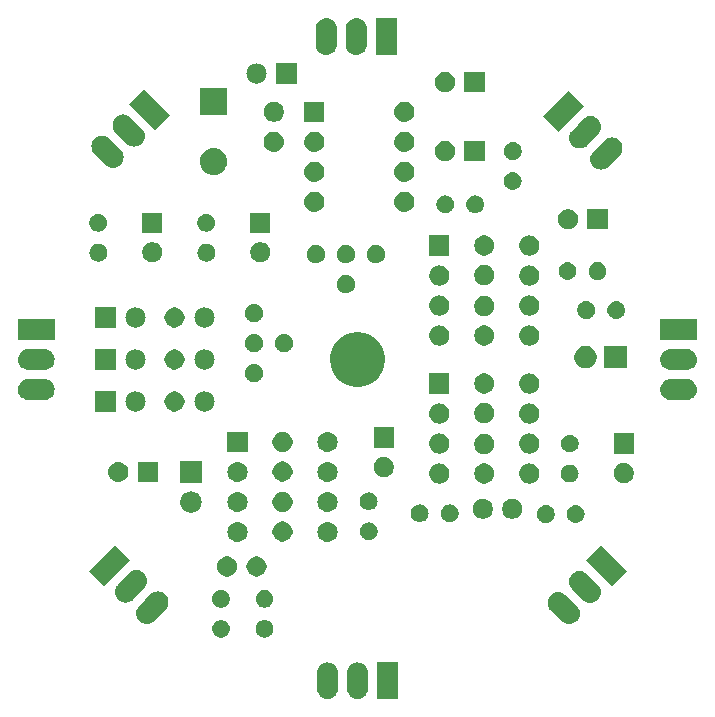
<source format=gbr>
G04 #@! TF.GenerationSoftware,KiCad,Pcbnew,5.0.2-bee76a0~70~ubuntu18.04.1*
G04 #@! TF.CreationDate,2019-07-09T11:50:03+02:00*
G04 #@! TF.ProjectId,neuromime_1.0.1,6e657572-6f6d-4696-9d65-5f312e302e31,rev?*
G04 #@! TF.SameCoordinates,Original*
G04 #@! TF.FileFunction,Soldermask,Top*
G04 #@! TF.FilePolarity,Negative*
%FSLAX46Y46*%
G04 Gerber Fmt 4.6, Leading zero omitted, Abs format (unit mm)*
G04 Created by KiCad (PCBNEW 5.0.2-bee76a0~70~ubuntu18.04.1) date Tue 09 Jul 2019 11:50:03 AM CEST*
%MOMM*%
%LPD*%
G01*
G04 APERTURE LIST*
%ADD10C,0.150000*%
G04 APERTURE END LIST*
D10*
G36*
X147636628Y-75655037D02*
X147749854Y-75689384D01*
X147806468Y-75706557D01*
X147945088Y-75780652D01*
X147962992Y-75790222D01*
X147998730Y-75819552D01*
X148100187Y-75902814D01*
X148183449Y-76004271D01*
X148212779Y-76040009D01*
X148212780Y-76040011D01*
X148296444Y-76196533D01*
X148296444Y-76196534D01*
X148347964Y-76366373D01*
X148361001Y-76498742D01*
X148361001Y-77887258D01*
X148347964Y-78019627D01*
X148313617Y-78132853D01*
X148296444Y-78189467D01*
X148222349Y-78328087D01*
X148212779Y-78345991D01*
X148183449Y-78381729D01*
X148100187Y-78483186D01*
X147962990Y-78595779D01*
X147806467Y-78679443D01*
X147749853Y-78696616D01*
X147636627Y-78730963D01*
X147460001Y-78748359D01*
X147283374Y-78730963D01*
X147170148Y-78696616D01*
X147113534Y-78679443D01*
X146957012Y-78595779D01*
X146957010Y-78595778D01*
X146921272Y-78566448D01*
X146819815Y-78483186D01*
X146707222Y-78345989D01*
X146623558Y-78189466D01*
X146606385Y-78132852D01*
X146572038Y-78019626D01*
X146559001Y-77887257D01*
X146559002Y-76498742D01*
X146572039Y-76366373D01*
X146623559Y-76196534D01*
X146623559Y-76196533D01*
X146707223Y-76040011D01*
X146707224Y-76040009D01*
X146736554Y-76004271D01*
X146819816Y-75902814D01*
X146921273Y-75819552D01*
X146957011Y-75790222D01*
X146974915Y-75780652D01*
X147113535Y-75706557D01*
X147170149Y-75689384D01*
X147283375Y-75655037D01*
X147460001Y-75637641D01*
X147636628Y-75655037D01*
X147636628Y-75655037D01*
G37*
G36*
X150176627Y-75655037D02*
X150289853Y-75689384D01*
X150346467Y-75706557D01*
X150485087Y-75780652D01*
X150502991Y-75790222D01*
X150538729Y-75819552D01*
X150640186Y-75902814D01*
X150723448Y-76004271D01*
X150752778Y-76040009D01*
X150752779Y-76040011D01*
X150836443Y-76196533D01*
X150836443Y-76196534D01*
X150887963Y-76366373D01*
X150901000Y-76498742D01*
X150901000Y-77887258D01*
X150887963Y-78019627D01*
X150853616Y-78132853D01*
X150836443Y-78189467D01*
X150762348Y-78328087D01*
X150752778Y-78345991D01*
X150723448Y-78381729D01*
X150640186Y-78483186D01*
X150502989Y-78595779D01*
X150346466Y-78679443D01*
X150289852Y-78696616D01*
X150176626Y-78730963D01*
X150000000Y-78748359D01*
X149823373Y-78730963D01*
X149710147Y-78696616D01*
X149653533Y-78679443D01*
X149497011Y-78595779D01*
X149497009Y-78595778D01*
X149461271Y-78566448D01*
X149359814Y-78483186D01*
X149247221Y-78345989D01*
X149163557Y-78189466D01*
X149146384Y-78132852D01*
X149112037Y-78019626D01*
X149099000Y-77887257D01*
X149099001Y-76498742D01*
X149112038Y-76366373D01*
X149163558Y-76196534D01*
X149163558Y-76196533D01*
X149247222Y-76040011D01*
X149247223Y-76040009D01*
X149276553Y-76004271D01*
X149359815Y-75902814D01*
X149461272Y-75819552D01*
X149497010Y-75790222D01*
X149514914Y-75780652D01*
X149653534Y-75706557D01*
X149710148Y-75689384D01*
X149823374Y-75655037D01*
X150000000Y-75637641D01*
X150176627Y-75655037D01*
X150176627Y-75655037D01*
G37*
G36*
X153441000Y-78744000D02*
X151639000Y-78744000D01*
X151639000Y-75642000D01*
X153441000Y-75642000D01*
X153441000Y-78744000D01*
X153441000Y-78744000D01*
G37*
G36*
X138516665Y-72049122D02*
X138590222Y-72056367D01*
X138731786Y-72099310D01*
X138862252Y-72169046D01*
X138976606Y-72262894D01*
X139070454Y-72377248D01*
X139140190Y-72507714D01*
X139183133Y-72649278D01*
X139197633Y-72796500D01*
X139183133Y-72943722D01*
X139140190Y-73085286D01*
X139070454Y-73215752D01*
X138976606Y-73330106D01*
X138862252Y-73423954D01*
X138731786Y-73493690D01*
X138590222Y-73536633D01*
X138516665Y-73543878D01*
X138479888Y-73547500D01*
X138406112Y-73547500D01*
X138369335Y-73543878D01*
X138295778Y-73536633D01*
X138154214Y-73493690D01*
X138023748Y-73423954D01*
X137909394Y-73330106D01*
X137815546Y-73215752D01*
X137745810Y-73085286D01*
X137702867Y-72943722D01*
X137688367Y-72796500D01*
X137702867Y-72649278D01*
X137745810Y-72507714D01*
X137815546Y-72377248D01*
X137909394Y-72262894D01*
X138023748Y-72169046D01*
X138154214Y-72099310D01*
X138295778Y-72056367D01*
X138369335Y-72049122D01*
X138406112Y-72045500D01*
X138479888Y-72045500D01*
X138516665Y-72049122D01*
X138516665Y-72049122D01*
G37*
G36*
X142199665Y-72049122D02*
X142273222Y-72056367D01*
X142414786Y-72099310D01*
X142545252Y-72169046D01*
X142659606Y-72262894D01*
X142753454Y-72377248D01*
X142823190Y-72507714D01*
X142866133Y-72649278D01*
X142880633Y-72796500D01*
X142866133Y-72943722D01*
X142823190Y-73085286D01*
X142753454Y-73215752D01*
X142659606Y-73330106D01*
X142545252Y-73423954D01*
X142414786Y-73493690D01*
X142273222Y-73536633D01*
X142199665Y-73543878D01*
X142162888Y-73547500D01*
X142089112Y-73547500D01*
X142052335Y-73543878D01*
X141978778Y-73536633D01*
X141837214Y-73493690D01*
X141706748Y-73423954D01*
X141592394Y-73330106D01*
X141498546Y-73215752D01*
X141428810Y-73085286D01*
X141385867Y-72943722D01*
X141371367Y-72796500D01*
X141385867Y-72649278D01*
X141428810Y-72507714D01*
X141498546Y-72377248D01*
X141592394Y-72262894D01*
X141706748Y-72169046D01*
X141837214Y-72099310D01*
X141978778Y-72056367D01*
X142052335Y-72049122D01*
X142089112Y-72045500D01*
X142162888Y-72045500D01*
X142199665Y-72049122D01*
X142199665Y-72049122D01*
G37*
G36*
X167176522Y-69704039D02*
X167346365Y-69755560D01*
X167387901Y-69777762D01*
X167502888Y-69839224D01*
X167605706Y-69923604D01*
X167605712Y-69923610D01*
X168587534Y-70905431D01*
X168671914Y-71008248D01*
X168755579Y-71164773D01*
X168807099Y-71334615D01*
X168824495Y-71511240D01*
X168807099Y-71687864D01*
X168755579Y-71857707D01*
X168671914Y-72014231D01*
X168559321Y-72151425D01*
X168422127Y-72264018D01*
X168265603Y-72347683D01*
X168095760Y-72399203D01*
X167919136Y-72416599D01*
X167742511Y-72399203D01*
X167572669Y-72347683D01*
X167416144Y-72264018D01*
X167313327Y-72179638D01*
X166331506Y-71197816D01*
X166331500Y-71197810D01*
X166247120Y-71094992D01*
X166184928Y-70978640D01*
X166163456Y-70938469D01*
X166111935Y-70768626D01*
X166094539Y-70592002D01*
X166111935Y-70415378D01*
X166163456Y-70245535D01*
X166202347Y-70172777D01*
X166247120Y-70089012D01*
X166359713Y-69951817D01*
X166496908Y-69839224D01*
X166611895Y-69777762D01*
X166653431Y-69755560D01*
X166823274Y-69704039D01*
X166999898Y-69686643D01*
X167176522Y-69704039D01*
X167176522Y-69704039D01*
G37*
G36*
X133258726Y-69658639D02*
X133428569Y-69710159D01*
X133585093Y-69793824D01*
X133722287Y-69906417D01*
X133834880Y-70043611D01*
X133918545Y-70200135D01*
X133970065Y-70369978D01*
X133987461Y-70546602D01*
X133970065Y-70723227D01*
X133918545Y-70893068D01*
X133834880Y-71049594D01*
X133750500Y-71152411D01*
X133215046Y-71687864D01*
X132768672Y-72134238D01*
X132665854Y-72218618D01*
X132561505Y-72274394D01*
X132509331Y-72302282D01*
X132339488Y-72353803D01*
X132162864Y-72371199D01*
X131986240Y-72353803D01*
X131816397Y-72302282D01*
X131764223Y-72274394D01*
X131659874Y-72218618D01*
X131522679Y-72106025D01*
X131410086Y-71968830D01*
X131350689Y-71857706D01*
X131326422Y-71812307D01*
X131274901Y-71642464D01*
X131257505Y-71465840D01*
X131274901Y-71289216D01*
X131326422Y-71119373D01*
X131385820Y-71008249D01*
X131410086Y-70962850D01*
X131494466Y-70860032D01*
X131984522Y-70369976D01*
X132476293Y-69878204D01*
X132579110Y-69793824D01*
X132735635Y-69710159D01*
X132905477Y-69658639D01*
X133082102Y-69641243D01*
X133258726Y-69658639D01*
X133258726Y-69658639D01*
G37*
G36*
X142258004Y-69517044D02*
X142345059Y-69534360D01*
X142481732Y-69590972D01*
X142481733Y-69590973D01*
X142604738Y-69673162D01*
X142709338Y-69777762D01*
X142709340Y-69777765D01*
X142791528Y-69900768D01*
X142848140Y-70037441D01*
X142858398Y-70089012D01*
X142877000Y-70182531D01*
X142877000Y-70330469D01*
X142872046Y-70355374D01*
X142848140Y-70475559D01*
X142791528Y-70612232D01*
X142791527Y-70612233D01*
X142709338Y-70735238D01*
X142604738Y-70839838D01*
X142604735Y-70839840D01*
X142481732Y-70922028D01*
X142345059Y-70978640D01*
X142258004Y-70995956D01*
X142199969Y-71007500D01*
X142052031Y-71007500D01*
X141993996Y-70995956D01*
X141906941Y-70978640D01*
X141770268Y-70922028D01*
X141647265Y-70839840D01*
X141647262Y-70839838D01*
X141542662Y-70735238D01*
X141460473Y-70612233D01*
X141460472Y-70612232D01*
X141403860Y-70475559D01*
X141379954Y-70355374D01*
X141375000Y-70330469D01*
X141375000Y-70182531D01*
X141393602Y-70089012D01*
X141403860Y-70037441D01*
X141460472Y-69900768D01*
X141542660Y-69777765D01*
X141542662Y-69777762D01*
X141647262Y-69673162D01*
X141770267Y-69590973D01*
X141770268Y-69590972D01*
X141906941Y-69534360D01*
X141993996Y-69517044D01*
X142052031Y-69505500D01*
X142199969Y-69505500D01*
X142258004Y-69517044D01*
X142258004Y-69517044D01*
G37*
G36*
X138575004Y-69517044D02*
X138662059Y-69534360D01*
X138798732Y-69590972D01*
X138798733Y-69590973D01*
X138921738Y-69673162D01*
X139026338Y-69777762D01*
X139026340Y-69777765D01*
X139108528Y-69900768D01*
X139165140Y-70037441D01*
X139175398Y-70089012D01*
X139194000Y-70182531D01*
X139194000Y-70330469D01*
X139189046Y-70355374D01*
X139165140Y-70475559D01*
X139108528Y-70612232D01*
X139108527Y-70612233D01*
X139026338Y-70735238D01*
X138921738Y-70839838D01*
X138921735Y-70839840D01*
X138798732Y-70922028D01*
X138662059Y-70978640D01*
X138575004Y-70995956D01*
X138516969Y-71007500D01*
X138369031Y-71007500D01*
X138310996Y-70995956D01*
X138223941Y-70978640D01*
X138087268Y-70922028D01*
X137964265Y-70839840D01*
X137964262Y-70839838D01*
X137859662Y-70735238D01*
X137777473Y-70612233D01*
X137777472Y-70612232D01*
X137720860Y-70475559D01*
X137696954Y-70355374D01*
X137692000Y-70330469D01*
X137692000Y-70182531D01*
X137710602Y-70089012D01*
X137720860Y-70037441D01*
X137777472Y-69900768D01*
X137859660Y-69777765D01*
X137859662Y-69777762D01*
X137964262Y-69673162D01*
X138087267Y-69590973D01*
X138087268Y-69590972D01*
X138223941Y-69534360D01*
X138310996Y-69517044D01*
X138369031Y-69505500D01*
X138516969Y-69505500D01*
X138575004Y-69517044D01*
X138575004Y-69517044D01*
G37*
G36*
X168972573Y-67907988D02*
X169142416Y-67959509D01*
X169194590Y-67987397D01*
X169298939Y-68043173D01*
X169401757Y-68127553D01*
X169401763Y-68127559D01*
X170383585Y-69109380D01*
X170467965Y-69212197D01*
X170551630Y-69368722D01*
X170603150Y-69538564D01*
X170620546Y-69715189D01*
X170603150Y-69891813D01*
X170551630Y-70061656D01*
X170467965Y-70218180D01*
X170355372Y-70355374D01*
X170218178Y-70467967D01*
X170061654Y-70551632D01*
X169891811Y-70603152D01*
X169715187Y-70620548D01*
X169538562Y-70603152D01*
X169368720Y-70551632D01*
X169212195Y-70467967D01*
X169109378Y-70383587D01*
X168127557Y-69401765D01*
X168127551Y-69401759D01*
X168043171Y-69298941D01*
X167986729Y-69193345D01*
X167959507Y-69142418D01*
X167907986Y-68972575D01*
X167890590Y-68795951D01*
X167907986Y-68619327D01*
X167959507Y-68449484D01*
X167998251Y-68377000D01*
X168043171Y-68292961D01*
X168155764Y-68155766D01*
X168292959Y-68043173D01*
X168397308Y-67987397D01*
X168449482Y-67959509D01*
X168619325Y-67907988D01*
X168795949Y-67890592D01*
X168972573Y-67907988D01*
X168972573Y-67907988D01*
G37*
G36*
X131462675Y-67862588D02*
X131632518Y-67914108D01*
X131789042Y-67997773D01*
X131926236Y-68110366D01*
X132038829Y-68247560D01*
X132122494Y-68404084D01*
X132174014Y-68573927D01*
X132191410Y-68750551D01*
X132174014Y-68927176D01*
X132122494Y-69097017D01*
X132038829Y-69253543D01*
X131954449Y-69356360D01*
X131432604Y-69878204D01*
X130972621Y-70338187D01*
X130869803Y-70422567D01*
X130770668Y-70475556D01*
X130713280Y-70506231D01*
X130543437Y-70557752D01*
X130366813Y-70575148D01*
X130190189Y-70557752D01*
X130020346Y-70506231D01*
X129962958Y-70475556D01*
X129863823Y-70422567D01*
X129726628Y-70309974D01*
X129614035Y-70172779D01*
X129554638Y-70061655D01*
X129530371Y-70016256D01*
X129478850Y-69846413D01*
X129461454Y-69669789D01*
X129478850Y-69493165D01*
X129530371Y-69323322D01*
X129589769Y-69212198D01*
X129614035Y-69166799D01*
X129698415Y-69063981D01*
X130188471Y-68573925D01*
X130680242Y-68082153D01*
X130783059Y-67997773D01*
X130939584Y-67914108D01*
X131109426Y-67862588D01*
X131286051Y-67845192D01*
X131462675Y-67862588D01*
X131462675Y-67862588D01*
G37*
G36*
X172785446Y-67919138D02*
X171511238Y-69193346D01*
X169317792Y-66999900D01*
X170592000Y-65725692D01*
X172785446Y-67919138D01*
X172785446Y-67919138D01*
G37*
G36*
X130764208Y-66954500D02*
X128570762Y-69147946D01*
X127296554Y-67873738D01*
X129490000Y-65680292D01*
X130764208Y-66954500D01*
X130764208Y-66954500D01*
G37*
G36*
X139199228Y-66707703D02*
X139354100Y-66771853D01*
X139493481Y-66864985D01*
X139612015Y-66983519D01*
X139705147Y-67122900D01*
X139769297Y-67277772D01*
X139802000Y-67442184D01*
X139802000Y-67609816D01*
X139769297Y-67774228D01*
X139705147Y-67929100D01*
X139612015Y-68068481D01*
X139493481Y-68187015D01*
X139354100Y-68280147D01*
X139199228Y-68344297D01*
X139034816Y-68377000D01*
X138867184Y-68377000D01*
X138702772Y-68344297D01*
X138547900Y-68280147D01*
X138408519Y-68187015D01*
X138289985Y-68068481D01*
X138196853Y-67929100D01*
X138132703Y-67774228D01*
X138100000Y-67609816D01*
X138100000Y-67442184D01*
X138132703Y-67277772D01*
X138196853Y-67122900D01*
X138289985Y-66983519D01*
X138408519Y-66864985D01*
X138547900Y-66771853D01*
X138702772Y-66707703D01*
X138867184Y-66675000D01*
X139034816Y-66675000D01*
X139199228Y-66707703D01*
X139199228Y-66707703D01*
G37*
G36*
X141699228Y-66707703D02*
X141854100Y-66771853D01*
X141993481Y-66864985D01*
X142112015Y-66983519D01*
X142205147Y-67122900D01*
X142269297Y-67277772D01*
X142302000Y-67442184D01*
X142302000Y-67609816D01*
X142269297Y-67774228D01*
X142205147Y-67929100D01*
X142112015Y-68068481D01*
X141993481Y-68187015D01*
X141854100Y-68280147D01*
X141699228Y-68344297D01*
X141534816Y-68377000D01*
X141367184Y-68377000D01*
X141202772Y-68344297D01*
X141047900Y-68280147D01*
X140908519Y-68187015D01*
X140789985Y-68068481D01*
X140696853Y-67929100D01*
X140632703Y-67774228D01*
X140600000Y-67609816D01*
X140600000Y-67442184D01*
X140632703Y-67277772D01*
X140696853Y-67122900D01*
X140789985Y-66983519D01*
X140908519Y-66864985D01*
X141047900Y-66771853D01*
X141202772Y-66707703D01*
X141367184Y-66675000D01*
X141534816Y-66675000D01*
X141699228Y-66707703D01*
X141699228Y-66707703D01*
G37*
G36*
X147626821Y-63766313D02*
X147626824Y-63766314D01*
X147626825Y-63766314D01*
X147787239Y-63814975D01*
X147787241Y-63814976D01*
X147787244Y-63814977D01*
X147935078Y-63893995D01*
X148064659Y-64000341D01*
X148171005Y-64129922D01*
X148250023Y-64277756D01*
X148250024Y-64277759D01*
X148250025Y-64277761D01*
X148263579Y-64322444D01*
X148298687Y-64438179D01*
X148315117Y-64605000D01*
X148298687Y-64771821D01*
X148298686Y-64771824D01*
X148298686Y-64771825D01*
X148286127Y-64813228D01*
X148250023Y-64932244D01*
X148171005Y-65080078D01*
X148064659Y-65209659D01*
X147935078Y-65316005D01*
X147787244Y-65395023D01*
X147787241Y-65395024D01*
X147787239Y-65395025D01*
X147626825Y-65443686D01*
X147626824Y-65443686D01*
X147626821Y-65443687D01*
X147501804Y-65456000D01*
X147418196Y-65456000D01*
X147293179Y-65443687D01*
X147293176Y-65443686D01*
X147293175Y-65443686D01*
X147132761Y-65395025D01*
X147132759Y-65395024D01*
X147132756Y-65395023D01*
X146984922Y-65316005D01*
X146855341Y-65209659D01*
X146748995Y-65080078D01*
X146669977Y-64932244D01*
X146633874Y-64813228D01*
X146621314Y-64771825D01*
X146621314Y-64771824D01*
X146621313Y-64771821D01*
X146604883Y-64605000D01*
X146621313Y-64438179D01*
X146656421Y-64322444D01*
X146669975Y-64277761D01*
X146669976Y-64277759D01*
X146669977Y-64277756D01*
X146748995Y-64129922D01*
X146855341Y-64000341D01*
X146984922Y-63893995D01*
X147132756Y-63814977D01*
X147132759Y-63814976D01*
X147132761Y-63814975D01*
X147293175Y-63766314D01*
X147293176Y-63766314D01*
X147293179Y-63766313D01*
X147418196Y-63754000D01*
X147501804Y-63754000D01*
X147626821Y-63766313D01*
X147626821Y-63766313D01*
G37*
G36*
X140006821Y-63766313D02*
X140006824Y-63766314D01*
X140006825Y-63766314D01*
X140167239Y-63814975D01*
X140167241Y-63814976D01*
X140167244Y-63814977D01*
X140315078Y-63893995D01*
X140444659Y-64000341D01*
X140551005Y-64129922D01*
X140630023Y-64277756D01*
X140630024Y-64277759D01*
X140630025Y-64277761D01*
X140643579Y-64322444D01*
X140678687Y-64438179D01*
X140695117Y-64605000D01*
X140678687Y-64771821D01*
X140678686Y-64771824D01*
X140678686Y-64771825D01*
X140666127Y-64813228D01*
X140630023Y-64932244D01*
X140551005Y-65080078D01*
X140444659Y-65209659D01*
X140315078Y-65316005D01*
X140167244Y-65395023D01*
X140167241Y-65395024D01*
X140167239Y-65395025D01*
X140006825Y-65443686D01*
X140006824Y-65443686D01*
X140006821Y-65443687D01*
X139881804Y-65456000D01*
X139798196Y-65456000D01*
X139673179Y-65443687D01*
X139673176Y-65443686D01*
X139673175Y-65443686D01*
X139512761Y-65395025D01*
X139512759Y-65395024D01*
X139512756Y-65395023D01*
X139364922Y-65316005D01*
X139235341Y-65209659D01*
X139128995Y-65080078D01*
X139049977Y-64932244D01*
X139013874Y-64813228D01*
X139001314Y-64771825D01*
X139001314Y-64771824D01*
X139001313Y-64771821D01*
X138984883Y-64605000D01*
X139001313Y-64438179D01*
X139036421Y-64322444D01*
X139049975Y-64277761D01*
X139049976Y-64277759D01*
X139049977Y-64277756D01*
X139128995Y-64129922D01*
X139235341Y-64000341D01*
X139364922Y-63893995D01*
X139512756Y-63814977D01*
X139512759Y-63814976D01*
X139512761Y-63814975D01*
X139673175Y-63766314D01*
X139673176Y-63766314D01*
X139673179Y-63766313D01*
X139798196Y-63754000D01*
X139881804Y-63754000D01*
X140006821Y-63766313D01*
X140006821Y-63766313D01*
G37*
G36*
X143898228Y-63746703D02*
X144053100Y-63810853D01*
X144192481Y-63903985D01*
X144311015Y-64022519D01*
X144404147Y-64161900D01*
X144468297Y-64316772D01*
X144501000Y-64481184D01*
X144501000Y-64648816D01*
X144468297Y-64813228D01*
X144404147Y-64968100D01*
X144311015Y-65107481D01*
X144192481Y-65226015D01*
X144053100Y-65319147D01*
X143898228Y-65383297D01*
X143733816Y-65416000D01*
X143566184Y-65416000D01*
X143401772Y-65383297D01*
X143246900Y-65319147D01*
X143107519Y-65226015D01*
X142988985Y-65107481D01*
X142895853Y-64968100D01*
X142831703Y-64813228D01*
X142799000Y-64648816D01*
X142799000Y-64481184D01*
X142831703Y-64316772D01*
X142895853Y-64161900D01*
X142988985Y-64022519D01*
X143107519Y-63903985D01*
X143246900Y-63810853D01*
X143401772Y-63746703D01*
X143566184Y-63714000D01*
X143733816Y-63714000D01*
X143898228Y-63746703D01*
X143898228Y-63746703D01*
G37*
G36*
X151084004Y-63802044D02*
X151171059Y-63819360D01*
X151307732Y-63875972D01*
X151349656Y-63903985D01*
X151430738Y-63958162D01*
X151535338Y-64062762D01*
X151535340Y-64062765D01*
X151617528Y-64185768D01*
X151674140Y-64322441D01*
X151691456Y-64409496D01*
X151697161Y-64438175D01*
X151703000Y-64467533D01*
X151703000Y-64615467D01*
X151674140Y-64760559D01*
X151617528Y-64897232D01*
X151536446Y-65018579D01*
X151535338Y-65020238D01*
X151430738Y-65124838D01*
X151430735Y-65124840D01*
X151307732Y-65207028D01*
X151171059Y-65263640D01*
X151084004Y-65280956D01*
X151025969Y-65292500D01*
X150878031Y-65292500D01*
X150819996Y-65280956D01*
X150732941Y-65263640D01*
X150596268Y-65207028D01*
X150473265Y-65124840D01*
X150473262Y-65124838D01*
X150368662Y-65020238D01*
X150367554Y-65018579D01*
X150286472Y-64897232D01*
X150229860Y-64760559D01*
X150201000Y-64615467D01*
X150201000Y-64467533D01*
X150206840Y-64438175D01*
X150212544Y-64409496D01*
X150229860Y-64322441D01*
X150286472Y-64185768D01*
X150368660Y-64062765D01*
X150368662Y-64062762D01*
X150473262Y-63958162D01*
X150554344Y-63903985D01*
X150596268Y-63875972D01*
X150732941Y-63819360D01*
X150819996Y-63802044D01*
X150878031Y-63790500D01*
X151025969Y-63790500D01*
X151084004Y-63802044D01*
X151084004Y-63802044D01*
G37*
G36*
X166066600Y-62340867D02*
X166157059Y-62358860D01*
X166293732Y-62415472D01*
X166350715Y-62453547D01*
X166416738Y-62497662D01*
X166521338Y-62602262D01*
X166521340Y-62602265D01*
X166603528Y-62725268D01*
X166660140Y-62861941D01*
X166670893Y-62916000D01*
X166689000Y-63007031D01*
X166689000Y-63154969D01*
X166677456Y-63213004D01*
X166660140Y-63300059D01*
X166603528Y-63436732D01*
X166527106Y-63551106D01*
X166521338Y-63559738D01*
X166416738Y-63664338D01*
X166416735Y-63664340D01*
X166293732Y-63746528D01*
X166157059Y-63803140D01*
X166075514Y-63819360D01*
X166011969Y-63832000D01*
X165864031Y-63832000D01*
X165800486Y-63819360D01*
X165718941Y-63803140D01*
X165582268Y-63746528D01*
X165459265Y-63664340D01*
X165459262Y-63664338D01*
X165354662Y-63559738D01*
X165348894Y-63551106D01*
X165272472Y-63436732D01*
X165215860Y-63300059D01*
X165198544Y-63213004D01*
X165187000Y-63154969D01*
X165187000Y-63007031D01*
X165205107Y-62916000D01*
X165215860Y-62861941D01*
X165272472Y-62725268D01*
X165354660Y-62602265D01*
X165354662Y-62602262D01*
X165459262Y-62497662D01*
X165525285Y-62453547D01*
X165582268Y-62415472D01*
X165718941Y-62358860D01*
X165809400Y-62340867D01*
X165864031Y-62330000D01*
X166011969Y-62330000D01*
X166066600Y-62340867D01*
X166066600Y-62340867D01*
G37*
G36*
X168551665Y-62333622D02*
X168625222Y-62340867D01*
X168766786Y-62383810D01*
X168897252Y-62453546D01*
X169011606Y-62547394D01*
X169105454Y-62661748D01*
X169175190Y-62792214D01*
X169218133Y-62933778D01*
X169232633Y-63081000D01*
X169218133Y-63228222D01*
X169175190Y-63369786D01*
X169105454Y-63500252D01*
X169011606Y-63614606D01*
X168897252Y-63708454D01*
X168766786Y-63778190D01*
X168625222Y-63821133D01*
X168551665Y-63828378D01*
X168514888Y-63832000D01*
X168441112Y-63832000D01*
X168404335Y-63828378D01*
X168330778Y-63821133D01*
X168189214Y-63778190D01*
X168058748Y-63708454D01*
X167944394Y-63614606D01*
X167850546Y-63500252D01*
X167780810Y-63369786D01*
X167737867Y-63228222D01*
X167723367Y-63081000D01*
X167737867Y-62933778D01*
X167780810Y-62792214D01*
X167850546Y-62661748D01*
X167944394Y-62547394D01*
X168058748Y-62453546D01*
X168189214Y-62383810D01*
X168330778Y-62340867D01*
X168404335Y-62333622D01*
X168441112Y-62330000D01*
X168514888Y-62330000D01*
X168551665Y-62333622D01*
X168551665Y-62333622D01*
G37*
G36*
X155343665Y-62270122D02*
X155417222Y-62277367D01*
X155558786Y-62320310D01*
X155689252Y-62390046D01*
X155803606Y-62483894D01*
X155897454Y-62598248D01*
X155967190Y-62728714D01*
X156010133Y-62870278D01*
X156024633Y-63017500D01*
X156010133Y-63164722D01*
X155967190Y-63306286D01*
X155897454Y-63436752D01*
X155803606Y-63551106D01*
X155689252Y-63644954D01*
X155558786Y-63714690D01*
X155417222Y-63757633D01*
X155343665Y-63764878D01*
X155306888Y-63768500D01*
X155233112Y-63768500D01*
X155196335Y-63764878D01*
X155122778Y-63757633D01*
X154981214Y-63714690D01*
X154850748Y-63644954D01*
X154736394Y-63551106D01*
X154642546Y-63436752D01*
X154572810Y-63306286D01*
X154529867Y-63164722D01*
X154515367Y-63017500D01*
X154529867Y-62870278D01*
X154572810Y-62728714D01*
X154642546Y-62598248D01*
X154736394Y-62483894D01*
X154850748Y-62390046D01*
X154981214Y-62320310D01*
X155122778Y-62277367D01*
X155196335Y-62270122D01*
X155233112Y-62266500D01*
X155306888Y-62266500D01*
X155343665Y-62270122D01*
X155343665Y-62270122D01*
G37*
G36*
X157938600Y-62277367D02*
X158029059Y-62295360D01*
X158165732Y-62351972D01*
X158268670Y-62420753D01*
X158288738Y-62434162D01*
X158393338Y-62538762D01*
X158393340Y-62538765D01*
X158475528Y-62661768D01*
X158532140Y-62798441D01*
X158543395Y-62855025D01*
X158555524Y-62916000D01*
X158561000Y-62943533D01*
X158561000Y-63091467D01*
X158532140Y-63236559D01*
X158475528Y-63373232D01*
X158421029Y-63454796D01*
X158393338Y-63496238D01*
X158288738Y-63600838D01*
X158288735Y-63600840D01*
X158165732Y-63683028D01*
X158029059Y-63739640D01*
X157942004Y-63756956D01*
X157883969Y-63768500D01*
X157736031Y-63768500D01*
X157677996Y-63756956D01*
X157590941Y-63739640D01*
X157454268Y-63683028D01*
X157331265Y-63600840D01*
X157331262Y-63600838D01*
X157226662Y-63496238D01*
X157198971Y-63454796D01*
X157144472Y-63373232D01*
X157087860Y-63236559D01*
X157059000Y-63091467D01*
X157059000Y-62943533D01*
X157064477Y-62916000D01*
X157076605Y-62855025D01*
X157087860Y-62798441D01*
X157144472Y-62661768D01*
X157226660Y-62538765D01*
X157226662Y-62538762D01*
X157331262Y-62434162D01*
X157351330Y-62420753D01*
X157454268Y-62351972D01*
X157590941Y-62295360D01*
X157681400Y-62277367D01*
X157736031Y-62266500D01*
X157883969Y-62266500D01*
X157938600Y-62277367D01*
X157938600Y-62277367D01*
G37*
G36*
X160852228Y-61818203D02*
X161007100Y-61882353D01*
X161146481Y-61975485D01*
X161265015Y-62094019D01*
X161358147Y-62233400D01*
X161422297Y-62388272D01*
X161455000Y-62552684D01*
X161455000Y-62720316D01*
X161422297Y-62884728D01*
X161358147Y-63039600D01*
X161265015Y-63178981D01*
X161146481Y-63297515D01*
X161007100Y-63390647D01*
X160852228Y-63454797D01*
X160687816Y-63487500D01*
X160520184Y-63487500D01*
X160355772Y-63454797D01*
X160200900Y-63390647D01*
X160061519Y-63297515D01*
X159942985Y-63178981D01*
X159849853Y-63039600D01*
X159785703Y-62884728D01*
X159753000Y-62720316D01*
X159753000Y-62552684D01*
X159785703Y-62388272D01*
X159849853Y-62233400D01*
X159942985Y-62094019D01*
X160061519Y-61975485D01*
X160200900Y-61882353D01*
X160355772Y-61818203D01*
X160520184Y-61785500D01*
X160687816Y-61785500D01*
X160852228Y-61818203D01*
X160852228Y-61818203D01*
G37*
G36*
X163352228Y-61818203D02*
X163507100Y-61882353D01*
X163646481Y-61975485D01*
X163765015Y-62094019D01*
X163858147Y-62233400D01*
X163922297Y-62388272D01*
X163955000Y-62552684D01*
X163955000Y-62720316D01*
X163922297Y-62884728D01*
X163858147Y-63039600D01*
X163765015Y-63178981D01*
X163646481Y-63297515D01*
X163507100Y-63390647D01*
X163352228Y-63454797D01*
X163187816Y-63487500D01*
X163020184Y-63487500D01*
X162855772Y-63454797D01*
X162700900Y-63390647D01*
X162561519Y-63297515D01*
X162442985Y-63178981D01*
X162349853Y-63039600D01*
X162285703Y-62884728D01*
X162253000Y-62720316D01*
X162253000Y-62552684D01*
X162285703Y-62388272D01*
X162349853Y-62233400D01*
X162442985Y-62094019D01*
X162561519Y-61975485D01*
X162700900Y-61882353D01*
X162855772Y-61818203D01*
X163020184Y-61785500D01*
X163187816Y-61785500D01*
X163352228Y-61818203D01*
X163352228Y-61818203D01*
G37*
G36*
X136013443Y-61170519D02*
X136079627Y-61177037D01*
X136192853Y-61211384D01*
X136249467Y-61228557D01*
X136336311Y-61274977D01*
X136405991Y-61312222D01*
X136441729Y-61341552D01*
X136543186Y-61424814D01*
X136623369Y-61522519D01*
X136655778Y-61562009D01*
X136655779Y-61562011D01*
X136739443Y-61718533D01*
X136756616Y-61775147D01*
X136790963Y-61888373D01*
X136808359Y-62065000D01*
X136790963Y-62241627D01*
X136780121Y-62277367D01*
X136739443Y-62411467D01*
X136700729Y-62483894D01*
X136655778Y-62567991D01*
X136627652Y-62602262D01*
X136543186Y-62705186D01*
X136441729Y-62788448D01*
X136405991Y-62817778D01*
X136405989Y-62817779D01*
X136249467Y-62901443D01*
X136242069Y-62903687D01*
X136079627Y-62952963D01*
X136013443Y-62959481D01*
X135947260Y-62966000D01*
X135858740Y-62966000D01*
X135792557Y-62959481D01*
X135726373Y-62952963D01*
X135563931Y-62903687D01*
X135556533Y-62901443D01*
X135400011Y-62817779D01*
X135400009Y-62817778D01*
X135364271Y-62788448D01*
X135262814Y-62705186D01*
X135178348Y-62602262D01*
X135150222Y-62567991D01*
X135105271Y-62483894D01*
X135066557Y-62411467D01*
X135025879Y-62277367D01*
X135015037Y-62241627D01*
X134997641Y-62065000D01*
X135015037Y-61888373D01*
X135049384Y-61775147D01*
X135066557Y-61718533D01*
X135150221Y-61562011D01*
X135150222Y-61562009D01*
X135182631Y-61522519D01*
X135262814Y-61424814D01*
X135364271Y-61341552D01*
X135400009Y-61312222D01*
X135469689Y-61274977D01*
X135556533Y-61228557D01*
X135613147Y-61211384D01*
X135726373Y-61177037D01*
X135792557Y-61170519D01*
X135858740Y-61164000D01*
X135947260Y-61164000D01*
X136013443Y-61170519D01*
X136013443Y-61170519D01*
G37*
G36*
X147626821Y-61226313D02*
X147626824Y-61226314D01*
X147626825Y-61226314D01*
X147787239Y-61274975D01*
X147787241Y-61274976D01*
X147787244Y-61274977D01*
X147935078Y-61353995D01*
X148064659Y-61460341D01*
X148171005Y-61589922D01*
X148250023Y-61737756D01*
X148250024Y-61737759D01*
X148250025Y-61737761D01*
X148295713Y-61888375D01*
X148298687Y-61898179D01*
X148315117Y-62065000D01*
X148298687Y-62231821D01*
X148298686Y-62231824D01*
X148298686Y-62231825D01*
X148250690Y-62390047D01*
X148250023Y-62392244D01*
X148171005Y-62540078D01*
X148064659Y-62669659D01*
X147935078Y-62776005D01*
X147787244Y-62855023D01*
X147787241Y-62855024D01*
X147787239Y-62855025D01*
X147626825Y-62903686D01*
X147626824Y-62903686D01*
X147626821Y-62903687D01*
X147501804Y-62916000D01*
X147418196Y-62916000D01*
X147293179Y-62903687D01*
X147293176Y-62903686D01*
X147293175Y-62903686D01*
X147132761Y-62855025D01*
X147132759Y-62855024D01*
X147132756Y-62855023D01*
X146984922Y-62776005D01*
X146855341Y-62669659D01*
X146748995Y-62540078D01*
X146669977Y-62392244D01*
X146669311Y-62390047D01*
X146621314Y-62231825D01*
X146621314Y-62231824D01*
X146621313Y-62231821D01*
X146604883Y-62065000D01*
X146621313Y-61898179D01*
X146624287Y-61888375D01*
X146669975Y-61737761D01*
X146669976Y-61737759D01*
X146669977Y-61737756D01*
X146748995Y-61589922D01*
X146855341Y-61460341D01*
X146984922Y-61353995D01*
X147132756Y-61274977D01*
X147132759Y-61274976D01*
X147132761Y-61274975D01*
X147293175Y-61226314D01*
X147293176Y-61226314D01*
X147293179Y-61226313D01*
X147418196Y-61214000D01*
X147501804Y-61214000D01*
X147626821Y-61226313D01*
X147626821Y-61226313D01*
G37*
G36*
X140006821Y-61226313D02*
X140006824Y-61226314D01*
X140006825Y-61226314D01*
X140167239Y-61274975D01*
X140167241Y-61274976D01*
X140167244Y-61274977D01*
X140315078Y-61353995D01*
X140444659Y-61460341D01*
X140551005Y-61589922D01*
X140630023Y-61737756D01*
X140630024Y-61737759D01*
X140630025Y-61737761D01*
X140675713Y-61888375D01*
X140678687Y-61898179D01*
X140695117Y-62065000D01*
X140678687Y-62231821D01*
X140678686Y-62231824D01*
X140678686Y-62231825D01*
X140630690Y-62390047D01*
X140630023Y-62392244D01*
X140551005Y-62540078D01*
X140444659Y-62669659D01*
X140315078Y-62776005D01*
X140167244Y-62855023D01*
X140167241Y-62855024D01*
X140167239Y-62855025D01*
X140006825Y-62903686D01*
X140006824Y-62903686D01*
X140006821Y-62903687D01*
X139881804Y-62916000D01*
X139798196Y-62916000D01*
X139673179Y-62903687D01*
X139673176Y-62903686D01*
X139673175Y-62903686D01*
X139512761Y-62855025D01*
X139512759Y-62855024D01*
X139512756Y-62855023D01*
X139364922Y-62776005D01*
X139235341Y-62669659D01*
X139128995Y-62540078D01*
X139049977Y-62392244D01*
X139049311Y-62390047D01*
X139001314Y-62231825D01*
X139001314Y-62231824D01*
X139001313Y-62231821D01*
X138984883Y-62065000D01*
X139001313Y-61898179D01*
X139004287Y-61888375D01*
X139049975Y-61737761D01*
X139049976Y-61737759D01*
X139049977Y-61737756D01*
X139128995Y-61589922D01*
X139235341Y-61460341D01*
X139364922Y-61353995D01*
X139512756Y-61274977D01*
X139512759Y-61274976D01*
X139512761Y-61274975D01*
X139673175Y-61226314D01*
X139673176Y-61226314D01*
X139673179Y-61226313D01*
X139798196Y-61214000D01*
X139881804Y-61214000D01*
X140006821Y-61226313D01*
X140006821Y-61226313D01*
G37*
G36*
X143898228Y-61246703D02*
X144053100Y-61310853D01*
X144192481Y-61403985D01*
X144311015Y-61522519D01*
X144404147Y-61661900D01*
X144468297Y-61816772D01*
X144501000Y-61981184D01*
X144501000Y-62148816D01*
X144468297Y-62313228D01*
X144404147Y-62468100D01*
X144311015Y-62607481D01*
X144192481Y-62726015D01*
X144053100Y-62819147D01*
X143898228Y-62883297D01*
X143733816Y-62916000D01*
X143566184Y-62916000D01*
X143401772Y-62883297D01*
X143246900Y-62819147D01*
X143107519Y-62726015D01*
X142988985Y-62607481D01*
X142895853Y-62468100D01*
X142831703Y-62313228D01*
X142799000Y-62148816D01*
X142799000Y-61981184D01*
X142831703Y-61816772D01*
X142895853Y-61661900D01*
X142988985Y-61522519D01*
X143107519Y-61403985D01*
X143246900Y-61310853D01*
X143401772Y-61246703D01*
X143566184Y-61214000D01*
X143733816Y-61214000D01*
X143898228Y-61246703D01*
X143898228Y-61246703D01*
G37*
G36*
X151025665Y-61254122D02*
X151099222Y-61261367D01*
X151240786Y-61304310D01*
X151371252Y-61374046D01*
X151485606Y-61467894D01*
X151579454Y-61582248D01*
X151649190Y-61712714D01*
X151692133Y-61854278D01*
X151706633Y-62001500D01*
X151692133Y-62148722D01*
X151649190Y-62290286D01*
X151579454Y-62420752D01*
X151485606Y-62535106D01*
X151371252Y-62628954D01*
X151240786Y-62698690D01*
X151099222Y-62741633D01*
X151025665Y-62748878D01*
X150988888Y-62752500D01*
X150915112Y-62752500D01*
X150878335Y-62748878D01*
X150804778Y-62741633D01*
X150663214Y-62698690D01*
X150532748Y-62628954D01*
X150418394Y-62535106D01*
X150324546Y-62420752D01*
X150254810Y-62290286D01*
X150211867Y-62148722D01*
X150197367Y-62001500D01*
X150211867Y-61854278D01*
X150254810Y-61712714D01*
X150324546Y-61582248D01*
X150418394Y-61467894D01*
X150532748Y-61374046D01*
X150663214Y-61304310D01*
X150804778Y-61261367D01*
X150878335Y-61254122D01*
X150915112Y-61250500D01*
X150988888Y-61250500D01*
X151025665Y-61254122D01*
X151025665Y-61254122D01*
G37*
G36*
X164708821Y-58813313D02*
X164708824Y-58813314D01*
X164708825Y-58813314D01*
X164869239Y-58861975D01*
X164869241Y-58861976D01*
X164869244Y-58861977D01*
X165017078Y-58940995D01*
X165146659Y-59047341D01*
X165253005Y-59176922D01*
X165332023Y-59324756D01*
X165332024Y-59324759D01*
X165332025Y-59324761D01*
X165380686Y-59485175D01*
X165380687Y-59485179D01*
X165397117Y-59652000D01*
X165380687Y-59818821D01*
X165380686Y-59818824D01*
X165380686Y-59818825D01*
X165339378Y-59955000D01*
X165332023Y-59979244D01*
X165253005Y-60127078D01*
X165146659Y-60256659D01*
X165017078Y-60363005D01*
X164869244Y-60442023D01*
X164869241Y-60442024D01*
X164869239Y-60442025D01*
X164708825Y-60490686D01*
X164708824Y-60490686D01*
X164708821Y-60490687D01*
X164583804Y-60503000D01*
X164500196Y-60503000D01*
X164375179Y-60490687D01*
X164375176Y-60490686D01*
X164375175Y-60490686D01*
X164214761Y-60442025D01*
X164214759Y-60442024D01*
X164214756Y-60442023D01*
X164066922Y-60363005D01*
X163937341Y-60256659D01*
X163830995Y-60127078D01*
X163751977Y-59979244D01*
X163744623Y-59955000D01*
X163703314Y-59818825D01*
X163703314Y-59818824D01*
X163703313Y-59818821D01*
X163686883Y-59652000D01*
X163703313Y-59485179D01*
X163703314Y-59485175D01*
X163751975Y-59324761D01*
X163751976Y-59324759D01*
X163751977Y-59324756D01*
X163830995Y-59176922D01*
X163937341Y-59047341D01*
X164066922Y-58940995D01*
X164214756Y-58861977D01*
X164214759Y-58861976D01*
X164214761Y-58861975D01*
X164375175Y-58813314D01*
X164375176Y-58813314D01*
X164375179Y-58813313D01*
X164500196Y-58801000D01*
X164583804Y-58801000D01*
X164708821Y-58813313D01*
X164708821Y-58813313D01*
G37*
G36*
X160980228Y-58833703D02*
X161135100Y-58897853D01*
X161274481Y-58990985D01*
X161393015Y-59109519D01*
X161486147Y-59248900D01*
X161550297Y-59403772D01*
X161583000Y-59568184D01*
X161583000Y-59735816D01*
X161550297Y-59900228D01*
X161486147Y-60055100D01*
X161393015Y-60194481D01*
X161274481Y-60313015D01*
X161135100Y-60406147D01*
X160980228Y-60470297D01*
X160815816Y-60503000D01*
X160648184Y-60503000D01*
X160483772Y-60470297D01*
X160328900Y-60406147D01*
X160189519Y-60313015D01*
X160070985Y-60194481D01*
X159977853Y-60055100D01*
X159913703Y-59900228D01*
X159881000Y-59735816D01*
X159881000Y-59568184D01*
X159913703Y-59403772D01*
X159977853Y-59248900D01*
X160070985Y-59109519D01*
X160189519Y-58990985D01*
X160328900Y-58897853D01*
X160483772Y-58833703D01*
X160648184Y-58801000D01*
X160815816Y-58801000D01*
X160980228Y-58833703D01*
X160980228Y-58833703D01*
G37*
G36*
X157088821Y-58813313D02*
X157088824Y-58813314D01*
X157088825Y-58813314D01*
X157249239Y-58861975D01*
X157249241Y-58861976D01*
X157249244Y-58861977D01*
X157397078Y-58940995D01*
X157526659Y-59047341D01*
X157633005Y-59176922D01*
X157712023Y-59324756D01*
X157712024Y-59324759D01*
X157712025Y-59324761D01*
X157760686Y-59485175D01*
X157760687Y-59485179D01*
X157777117Y-59652000D01*
X157760687Y-59818821D01*
X157760686Y-59818824D01*
X157760686Y-59818825D01*
X157719378Y-59955000D01*
X157712023Y-59979244D01*
X157633005Y-60127078D01*
X157526659Y-60256659D01*
X157397078Y-60363005D01*
X157249244Y-60442023D01*
X157249241Y-60442024D01*
X157249239Y-60442025D01*
X157088825Y-60490686D01*
X157088824Y-60490686D01*
X157088821Y-60490687D01*
X156963804Y-60503000D01*
X156880196Y-60503000D01*
X156755179Y-60490687D01*
X156755176Y-60490686D01*
X156755175Y-60490686D01*
X156594761Y-60442025D01*
X156594759Y-60442024D01*
X156594756Y-60442023D01*
X156446922Y-60363005D01*
X156317341Y-60256659D01*
X156210995Y-60127078D01*
X156131977Y-59979244D01*
X156124623Y-59955000D01*
X156083314Y-59818825D01*
X156083314Y-59818824D01*
X156083313Y-59818821D01*
X156066883Y-59652000D01*
X156083313Y-59485179D01*
X156083314Y-59485175D01*
X156131975Y-59324761D01*
X156131976Y-59324759D01*
X156131977Y-59324756D01*
X156210995Y-59176922D01*
X156317341Y-59047341D01*
X156446922Y-58940995D01*
X156594756Y-58861977D01*
X156594759Y-58861976D01*
X156594761Y-58861975D01*
X156755175Y-58813314D01*
X156755176Y-58813314D01*
X156755179Y-58813313D01*
X156880196Y-58801000D01*
X156963804Y-58801000D01*
X157088821Y-58813313D01*
X157088821Y-58813313D01*
G37*
G36*
X172790228Y-58793703D02*
X172945100Y-58857853D01*
X173084481Y-58950985D01*
X173203015Y-59069519D01*
X173296147Y-59208900D01*
X173360297Y-59363772D01*
X173393000Y-59528184D01*
X173393000Y-59695816D01*
X173360297Y-59860228D01*
X173296147Y-60015100D01*
X173203015Y-60154481D01*
X173084481Y-60273015D01*
X172945100Y-60366147D01*
X172790228Y-60430297D01*
X172625816Y-60463000D01*
X172458184Y-60463000D01*
X172293772Y-60430297D01*
X172138900Y-60366147D01*
X171999519Y-60273015D01*
X171880985Y-60154481D01*
X171787853Y-60015100D01*
X171723703Y-59860228D01*
X171691000Y-59695816D01*
X171691000Y-59528184D01*
X171723703Y-59363772D01*
X171787853Y-59208900D01*
X171880985Y-59069519D01*
X171999519Y-58950985D01*
X172138900Y-58857853D01*
X172293772Y-58793703D01*
X172458184Y-58761000D01*
X172625816Y-58761000D01*
X172790228Y-58793703D01*
X172790228Y-58793703D01*
G37*
G36*
X136804000Y-60426000D02*
X135002000Y-60426000D01*
X135002000Y-58624000D01*
X136804000Y-58624000D01*
X136804000Y-60426000D01*
X136804000Y-60426000D01*
G37*
G36*
X168043665Y-58904622D02*
X168117222Y-58911867D01*
X168258786Y-58954810D01*
X168389252Y-59024546D01*
X168503606Y-59118394D01*
X168597454Y-59232748D01*
X168667190Y-59363214D01*
X168710133Y-59504778D01*
X168724633Y-59652000D01*
X168710133Y-59799222D01*
X168667190Y-59940786D01*
X168597454Y-60071252D01*
X168503606Y-60185606D01*
X168389252Y-60279454D01*
X168258786Y-60349190D01*
X168117222Y-60392133D01*
X168043665Y-60399378D01*
X168006888Y-60403000D01*
X167933112Y-60403000D01*
X167896335Y-60399378D01*
X167822778Y-60392133D01*
X167681214Y-60349190D01*
X167550748Y-60279454D01*
X167436394Y-60185606D01*
X167342546Y-60071252D01*
X167272810Y-59940786D01*
X167229867Y-59799222D01*
X167215367Y-59652000D01*
X167229867Y-59504778D01*
X167272810Y-59363214D01*
X167342546Y-59232748D01*
X167436394Y-59118394D01*
X167550748Y-59024546D01*
X167681214Y-58954810D01*
X167822778Y-58911867D01*
X167896335Y-58904622D01*
X167933112Y-58901000D01*
X168006888Y-58901000D01*
X168043665Y-58904622D01*
X168043665Y-58904622D01*
G37*
G36*
X133135000Y-60376000D02*
X131433000Y-60376000D01*
X131433000Y-58674000D01*
X133135000Y-58674000D01*
X133135000Y-60376000D01*
X133135000Y-60376000D01*
G37*
G36*
X140006821Y-58686313D02*
X140006824Y-58686314D01*
X140006825Y-58686314D01*
X140167239Y-58734975D01*
X140167241Y-58734976D01*
X140167244Y-58734977D01*
X140315078Y-58813995D01*
X140444659Y-58920341D01*
X140551005Y-59049922D01*
X140630023Y-59197756D01*
X140630024Y-59197759D01*
X140630025Y-59197761D01*
X140668548Y-59324756D01*
X140678687Y-59358179D01*
X140695117Y-59525000D01*
X140678687Y-59691821D01*
X140678686Y-59691824D01*
X140678686Y-59691825D01*
X140646108Y-59799222D01*
X140630023Y-59852244D01*
X140551005Y-60000078D01*
X140444659Y-60129659D01*
X140315078Y-60236005D01*
X140167244Y-60315023D01*
X140167241Y-60315024D01*
X140167239Y-60315025D01*
X140006825Y-60363686D01*
X140006824Y-60363686D01*
X140006821Y-60363687D01*
X139881804Y-60376000D01*
X139798196Y-60376000D01*
X139673179Y-60363687D01*
X139673176Y-60363686D01*
X139673175Y-60363686D01*
X139512761Y-60315025D01*
X139512759Y-60315024D01*
X139512756Y-60315023D01*
X139364922Y-60236005D01*
X139235341Y-60129659D01*
X139128995Y-60000078D01*
X139049977Y-59852244D01*
X139033893Y-59799222D01*
X139001314Y-59691825D01*
X139001314Y-59691824D01*
X139001313Y-59691821D01*
X138984883Y-59525000D01*
X139001313Y-59358179D01*
X139011452Y-59324756D01*
X139049975Y-59197761D01*
X139049976Y-59197759D01*
X139049977Y-59197756D01*
X139128995Y-59049922D01*
X139235341Y-58920341D01*
X139364922Y-58813995D01*
X139512756Y-58734977D01*
X139512759Y-58734976D01*
X139512761Y-58734975D01*
X139673175Y-58686314D01*
X139673176Y-58686314D01*
X139673179Y-58686313D01*
X139798196Y-58674000D01*
X139881804Y-58674000D01*
X140006821Y-58686313D01*
X140006821Y-58686313D01*
G37*
G36*
X147626821Y-58686313D02*
X147626824Y-58686314D01*
X147626825Y-58686314D01*
X147787239Y-58734975D01*
X147787241Y-58734976D01*
X147787244Y-58734977D01*
X147935078Y-58813995D01*
X148064659Y-58920341D01*
X148171005Y-59049922D01*
X148250023Y-59197756D01*
X148250024Y-59197759D01*
X148250025Y-59197761D01*
X148288548Y-59324756D01*
X148298687Y-59358179D01*
X148315117Y-59525000D01*
X148298687Y-59691821D01*
X148298686Y-59691824D01*
X148298686Y-59691825D01*
X148266108Y-59799222D01*
X148250023Y-59852244D01*
X148171005Y-60000078D01*
X148064659Y-60129659D01*
X147935078Y-60236005D01*
X147787244Y-60315023D01*
X147787241Y-60315024D01*
X147787239Y-60315025D01*
X147626825Y-60363686D01*
X147626824Y-60363686D01*
X147626821Y-60363687D01*
X147501804Y-60376000D01*
X147418196Y-60376000D01*
X147293179Y-60363687D01*
X147293176Y-60363686D01*
X147293175Y-60363686D01*
X147132761Y-60315025D01*
X147132759Y-60315024D01*
X147132756Y-60315023D01*
X146984922Y-60236005D01*
X146855341Y-60129659D01*
X146748995Y-60000078D01*
X146669977Y-59852244D01*
X146653893Y-59799222D01*
X146621314Y-59691825D01*
X146621314Y-59691824D01*
X146621313Y-59691821D01*
X146604883Y-59525000D01*
X146621313Y-59358179D01*
X146631452Y-59324756D01*
X146669975Y-59197761D01*
X146669976Y-59197759D01*
X146669977Y-59197756D01*
X146748995Y-59049922D01*
X146855341Y-58920341D01*
X146984922Y-58813995D01*
X147132756Y-58734977D01*
X147132759Y-58734976D01*
X147132761Y-58734975D01*
X147293175Y-58686314D01*
X147293176Y-58686314D01*
X147293179Y-58686313D01*
X147418196Y-58674000D01*
X147501804Y-58674000D01*
X147626821Y-58686313D01*
X147626821Y-58686313D01*
G37*
G36*
X129910821Y-58686313D02*
X129910824Y-58686314D01*
X129910825Y-58686314D01*
X130071239Y-58734975D01*
X130071241Y-58734976D01*
X130071244Y-58734977D01*
X130219078Y-58813995D01*
X130348659Y-58920341D01*
X130455005Y-59049922D01*
X130534023Y-59197756D01*
X130534024Y-59197759D01*
X130534025Y-59197761D01*
X130572548Y-59324756D01*
X130582687Y-59358179D01*
X130599117Y-59525000D01*
X130582687Y-59691821D01*
X130582686Y-59691824D01*
X130582686Y-59691825D01*
X130550108Y-59799222D01*
X130534023Y-59852244D01*
X130455005Y-60000078D01*
X130348659Y-60129659D01*
X130219078Y-60236005D01*
X130071244Y-60315023D01*
X130071241Y-60315024D01*
X130071239Y-60315025D01*
X129910825Y-60363686D01*
X129910824Y-60363686D01*
X129910821Y-60363687D01*
X129785804Y-60376000D01*
X129702196Y-60376000D01*
X129577179Y-60363687D01*
X129577176Y-60363686D01*
X129577175Y-60363686D01*
X129416761Y-60315025D01*
X129416759Y-60315024D01*
X129416756Y-60315023D01*
X129268922Y-60236005D01*
X129139341Y-60129659D01*
X129032995Y-60000078D01*
X128953977Y-59852244D01*
X128937893Y-59799222D01*
X128905314Y-59691825D01*
X128905314Y-59691824D01*
X128905313Y-59691821D01*
X128888883Y-59525000D01*
X128905313Y-59358179D01*
X128915452Y-59324756D01*
X128953975Y-59197761D01*
X128953976Y-59197759D01*
X128953977Y-59197756D01*
X129032995Y-59049922D01*
X129139341Y-58920341D01*
X129268922Y-58813995D01*
X129416756Y-58734977D01*
X129416759Y-58734976D01*
X129416761Y-58734975D01*
X129577175Y-58686314D01*
X129577176Y-58686314D01*
X129577179Y-58686313D01*
X129702196Y-58674000D01*
X129785804Y-58674000D01*
X129910821Y-58686313D01*
X129910821Y-58686313D01*
G37*
G36*
X143898228Y-58666703D02*
X144053100Y-58730853D01*
X144192481Y-58823985D01*
X144311015Y-58942519D01*
X144404147Y-59081900D01*
X144468297Y-59236772D01*
X144501000Y-59401184D01*
X144501000Y-59568816D01*
X144468297Y-59733228D01*
X144404147Y-59888100D01*
X144311015Y-60027481D01*
X144192481Y-60146015D01*
X144053100Y-60239147D01*
X143898228Y-60303297D01*
X143733816Y-60336000D01*
X143566184Y-60336000D01*
X143401772Y-60303297D01*
X143246900Y-60239147D01*
X143107519Y-60146015D01*
X142988985Y-60027481D01*
X142895853Y-59888100D01*
X142831703Y-59733228D01*
X142799000Y-59568816D01*
X142799000Y-59401184D01*
X142831703Y-59236772D01*
X142895853Y-59081900D01*
X142988985Y-58942519D01*
X143107519Y-58823985D01*
X143246900Y-58730853D01*
X143401772Y-58666703D01*
X143566184Y-58634000D01*
X143733816Y-58634000D01*
X143898228Y-58666703D01*
X143898228Y-58666703D01*
G37*
G36*
X152470228Y-58285703D02*
X152625100Y-58349853D01*
X152764481Y-58442985D01*
X152883015Y-58561519D01*
X152976147Y-58700900D01*
X153040297Y-58855772D01*
X153073000Y-59020184D01*
X153073000Y-59187816D01*
X153040297Y-59352228D01*
X152976147Y-59507100D01*
X152883015Y-59646481D01*
X152764481Y-59765015D01*
X152625100Y-59858147D01*
X152470228Y-59922297D01*
X152305816Y-59955000D01*
X152138184Y-59955000D01*
X151973772Y-59922297D01*
X151818900Y-59858147D01*
X151679519Y-59765015D01*
X151560985Y-59646481D01*
X151467853Y-59507100D01*
X151403703Y-59352228D01*
X151371000Y-59187816D01*
X151371000Y-59020184D01*
X151403703Y-58855772D01*
X151467853Y-58700900D01*
X151560985Y-58561519D01*
X151679519Y-58442985D01*
X151818900Y-58349853D01*
X151973772Y-58285703D01*
X152138184Y-58253000D01*
X152305816Y-58253000D01*
X152470228Y-58285703D01*
X152470228Y-58285703D01*
G37*
G36*
X160980228Y-56333703D02*
X161135100Y-56397853D01*
X161274481Y-56490985D01*
X161393015Y-56609519D01*
X161486147Y-56748900D01*
X161550297Y-56903772D01*
X161583000Y-57068184D01*
X161583000Y-57235816D01*
X161550297Y-57400228D01*
X161486147Y-57555100D01*
X161393015Y-57694481D01*
X161274481Y-57813015D01*
X161135100Y-57906147D01*
X160980228Y-57970297D01*
X160815816Y-58003000D01*
X160648184Y-58003000D01*
X160483772Y-57970297D01*
X160328900Y-57906147D01*
X160189519Y-57813015D01*
X160070985Y-57694481D01*
X159977853Y-57555100D01*
X159913703Y-57400228D01*
X159881000Y-57235816D01*
X159881000Y-57068184D01*
X159913703Y-56903772D01*
X159977853Y-56748900D01*
X160070985Y-56609519D01*
X160189519Y-56490985D01*
X160328900Y-56397853D01*
X160483772Y-56333703D01*
X160648184Y-56301000D01*
X160815816Y-56301000D01*
X160980228Y-56333703D01*
X160980228Y-56333703D01*
G37*
G36*
X157088821Y-56273313D02*
X157088824Y-56273314D01*
X157088825Y-56273314D01*
X157249239Y-56321975D01*
X157249241Y-56321976D01*
X157249244Y-56321977D01*
X157397078Y-56400995D01*
X157526659Y-56507341D01*
X157633005Y-56636922D01*
X157712023Y-56784756D01*
X157712024Y-56784759D01*
X157712025Y-56784761D01*
X157760686Y-56945175D01*
X157760687Y-56945179D01*
X157777117Y-57112000D01*
X157760687Y-57278821D01*
X157760686Y-57278824D01*
X157760686Y-57278825D01*
X157723859Y-57400228D01*
X157712023Y-57439244D01*
X157633005Y-57587078D01*
X157526659Y-57716659D01*
X157397078Y-57823005D01*
X157249244Y-57902023D01*
X157249241Y-57902024D01*
X157249239Y-57902025D01*
X157088825Y-57950686D01*
X157088824Y-57950686D01*
X157088821Y-57950687D01*
X156963804Y-57963000D01*
X156880196Y-57963000D01*
X156755179Y-57950687D01*
X156755176Y-57950686D01*
X156755175Y-57950686D01*
X156594761Y-57902025D01*
X156594759Y-57902024D01*
X156594756Y-57902023D01*
X156446922Y-57823005D01*
X156317341Y-57716659D01*
X156210995Y-57587078D01*
X156131977Y-57439244D01*
X156120142Y-57400228D01*
X156083314Y-57278825D01*
X156083314Y-57278824D01*
X156083313Y-57278821D01*
X156066883Y-57112000D01*
X156083313Y-56945179D01*
X156083314Y-56945175D01*
X156131975Y-56784761D01*
X156131976Y-56784759D01*
X156131977Y-56784756D01*
X156210995Y-56636922D01*
X156317341Y-56507341D01*
X156446922Y-56400995D01*
X156594756Y-56321977D01*
X156594759Y-56321976D01*
X156594761Y-56321975D01*
X156755175Y-56273314D01*
X156755176Y-56273314D01*
X156755179Y-56273313D01*
X156880196Y-56261000D01*
X156963804Y-56261000D01*
X157088821Y-56273313D01*
X157088821Y-56273313D01*
G37*
G36*
X173393000Y-57963000D02*
X171691000Y-57963000D01*
X171691000Y-56261000D01*
X173393000Y-56261000D01*
X173393000Y-57963000D01*
X173393000Y-57963000D01*
G37*
G36*
X164708821Y-56273313D02*
X164708824Y-56273314D01*
X164708825Y-56273314D01*
X164869239Y-56321975D01*
X164869241Y-56321976D01*
X164869244Y-56321977D01*
X165017078Y-56400995D01*
X165146659Y-56507341D01*
X165253005Y-56636922D01*
X165332023Y-56784756D01*
X165332024Y-56784759D01*
X165332025Y-56784761D01*
X165380686Y-56945175D01*
X165380687Y-56945179D01*
X165397117Y-57112000D01*
X165380687Y-57278821D01*
X165380686Y-57278824D01*
X165380686Y-57278825D01*
X165343859Y-57400228D01*
X165332023Y-57439244D01*
X165253005Y-57587078D01*
X165146659Y-57716659D01*
X165017078Y-57823005D01*
X164869244Y-57902023D01*
X164869241Y-57902024D01*
X164869239Y-57902025D01*
X164708825Y-57950686D01*
X164708824Y-57950686D01*
X164708821Y-57950687D01*
X164583804Y-57963000D01*
X164500196Y-57963000D01*
X164375179Y-57950687D01*
X164375176Y-57950686D01*
X164375175Y-57950686D01*
X164214761Y-57902025D01*
X164214759Y-57902024D01*
X164214756Y-57902023D01*
X164066922Y-57823005D01*
X163937341Y-57716659D01*
X163830995Y-57587078D01*
X163751977Y-57439244D01*
X163740142Y-57400228D01*
X163703314Y-57278825D01*
X163703314Y-57278824D01*
X163703313Y-57278821D01*
X163686883Y-57112000D01*
X163703313Y-56945179D01*
X163703314Y-56945175D01*
X163751975Y-56784761D01*
X163751976Y-56784759D01*
X163751977Y-56784756D01*
X163830995Y-56636922D01*
X163937341Y-56507341D01*
X164066922Y-56400995D01*
X164214756Y-56321977D01*
X164214759Y-56321976D01*
X164214761Y-56321975D01*
X164375175Y-56273314D01*
X164375176Y-56273314D01*
X164375179Y-56273313D01*
X164500196Y-56261000D01*
X164583804Y-56261000D01*
X164708821Y-56273313D01*
X164708821Y-56273313D01*
G37*
G36*
X168102004Y-56372544D02*
X168189059Y-56389860D01*
X168325732Y-56446472D01*
X168325733Y-56446473D01*
X168448738Y-56528662D01*
X168553338Y-56633262D01*
X168553340Y-56633265D01*
X168635528Y-56756268D01*
X168692140Y-56892941D01*
X168721000Y-57038033D01*
X168721000Y-57185967D01*
X168692140Y-57331059D01*
X168635528Y-57467732D01*
X168555784Y-57587078D01*
X168553338Y-57590738D01*
X168448738Y-57695338D01*
X168448735Y-57695340D01*
X168325732Y-57777528D01*
X168189059Y-57834140D01*
X168102004Y-57851456D01*
X168043969Y-57863000D01*
X167896031Y-57863000D01*
X167837996Y-57851456D01*
X167750941Y-57834140D01*
X167614268Y-57777528D01*
X167491265Y-57695340D01*
X167491262Y-57695338D01*
X167386662Y-57590738D01*
X167384216Y-57587078D01*
X167304472Y-57467732D01*
X167247860Y-57331059D01*
X167219000Y-57185967D01*
X167219000Y-57038033D01*
X167247860Y-56892941D01*
X167304472Y-56756268D01*
X167386660Y-56633265D01*
X167386662Y-56633262D01*
X167491262Y-56528662D01*
X167614267Y-56446473D01*
X167614268Y-56446472D01*
X167750941Y-56389860D01*
X167837996Y-56372544D01*
X167896031Y-56361000D01*
X168043969Y-56361000D01*
X168102004Y-56372544D01*
X168102004Y-56372544D01*
G37*
G36*
X143898228Y-56166703D02*
X144053100Y-56230853D01*
X144192481Y-56323985D01*
X144311015Y-56442519D01*
X144404147Y-56581900D01*
X144468297Y-56736772D01*
X144501000Y-56901184D01*
X144501000Y-57068816D01*
X144468297Y-57233228D01*
X144404147Y-57388100D01*
X144311015Y-57527481D01*
X144192481Y-57646015D01*
X144053100Y-57739147D01*
X143898228Y-57803297D01*
X143733816Y-57836000D01*
X143566184Y-57836000D01*
X143401772Y-57803297D01*
X143246900Y-57739147D01*
X143107519Y-57646015D01*
X142988985Y-57527481D01*
X142895853Y-57388100D01*
X142831703Y-57233228D01*
X142799000Y-57068816D01*
X142799000Y-56901184D01*
X142831703Y-56736772D01*
X142895853Y-56581900D01*
X142988985Y-56442519D01*
X143107519Y-56323985D01*
X143246900Y-56230853D01*
X143401772Y-56166703D01*
X143566184Y-56134000D01*
X143733816Y-56134000D01*
X143898228Y-56166703D01*
X143898228Y-56166703D01*
G37*
G36*
X147626821Y-56146313D02*
X147626824Y-56146314D01*
X147626825Y-56146314D01*
X147787239Y-56194975D01*
X147787241Y-56194976D01*
X147787244Y-56194977D01*
X147935078Y-56273995D01*
X148064659Y-56380341D01*
X148171005Y-56509922D01*
X148250023Y-56657756D01*
X148250024Y-56657759D01*
X148250025Y-56657761D01*
X148288548Y-56784756D01*
X148298687Y-56818179D01*
X148315117Y-56985000D01*
X148298687Y-57151821D01*
X148298686Y-57151824D01*
X148298686Y-57151825D01*
X148273208Y-57235816D01*
X148250023Y-57312244D01*
X148171005Y-57460078D01*
X148064659Y-57589659D01*
X147935078Y-57696005D01*
X147787244Y-57775023D01*
X147787241Y-57775024D01*
X147787239Y-57775025D01*
X147626825Y-57823686D01*
X147626824Y-57823686D01*
X147626821Y-57823687D01*
X147501804Y-57836000D01*
X147418196Y-57836000D01*
X147293179Y-57823687D01*
X147293176Y-57823686D01*
X147293175Y-57823686D01*
X147132761Y-57775025D01*
X147132759Y-57775024D01*
X147132756Y-57775023D01*
X146984922Y-57696005D01*
X146855341Y-57589659D01*
X146748995Y-57460078D01*
X146669977Y-57312244D01*
X146646793Y-57235816D01*
X146621314Y-57151825D01*
X146621314Y-57151824D01*
X146621313Y-57151821D01*
X146604883Y-56985000D01*
X146621313Y-56818179D01*
X146631452Y-56784756D01*
X146669975Y-56657761D01*
X146669976Y-56657759D01*
X146669977Y-56657756D01*
X146748995Y-56509922D01*
X146855341Y-56380341D01*
X146984922Y-56273995D01*
X147132756Y-56194977D01*
X147132759Y-56194976D01*
X147132761Y-56194975D01*
X147293175Y-56146314D01*
X147293176Y-56146314D01*
X147293179Y-56146313D01*
X147418196Y-56134000D01*
X147501804Y-56134000D01*
X147626821Y-56146313D01*
X147626821Y-56146313D01*
G37*
G36*
X140691000Y-57836000D02*
X138989000Y-57836000D01*
X138989000Y-56134000D01*
X140691000Y-56134000D01*
X140691000Y-57836000D01*
X140691000Y-57836000D01*
G37*
G36*
X153073000Y-57455000D02*
X151371000Y-57455000D01*
X151371000Y-55753000D01*
X153073000Y-55753000D01*
X153073000Y-57455000D01*
X153073000Y-57455000D01*
G37*
G36*
X157088821Y-53733313D02*
X157088824Y-53733314D01*
X157088825Y-53733314D01*
X157249239Y-53781975D01*
X157249241Y-53781976D01*
X157249244Y-53781977D01*
X157397078Y-53860995D01*
X157526659Y-53967341D01*
X157633005Y-54096922D01*
X157712023Y-54244756D01*
X157712024Y-54244759D01*
X157712025Y-54244761D01*
X157760686Y-54405175D01*
X157760687Y-54405179D01*
X157777117Y-54572000D01*
X157760687Y-54738821D01*
X157760686Y-54738824D01*
X157760686Y-54738825D01*
X157748127Y-54780228D01*
X157712023Y-54899244D01*
X157633005Y-55047078D01*
X157526659Y-55176659D01*
X157397078Y-55283005D01*
X157249244Y-55362023D01*
X157249241Y-55362024D01*
X157249239Y-55362025D01*
X157088825Y-55410686D01*
X157088824Y-55410686D01*
X157088821Y-55410687D01*
X156963804Y-55423000D01*
X156880196Y-55423000D01*
X156755179Y-55410687D01*
X156755176Y-55410686D01*
X156755175Y-55410686D01*
X156594761Y-55362025D01*
X156594759Y-55362024D01*
X156594756Y-55362023D01*
X156446922Y-55283005D01*
X156317341Y-55176659D01*
X156210995Y-55047078D01*
X156131977Y-54899244D01*
X156095874Y-54780228D01*
X156083314Y-54738825D01*
X156083314Y-54738824D01*
X156083313Y-54738821D01*
X156066883Y-54572000D01*
X156083313Y-54405179D01*
X156083314Y-54405175D01*
X156131975Y-54244761D01*
X156131976Y-54244759D01*
X156131977Y-54244756D01*
X156210995Y-54096922D01*
X156317341Y-53967341D01*
X156446922Y-53860995D01*
X156594756Y-53781977D01*
X156594759Y-53781976D01*
X156594761Y-53781975D01*
X156755175Y-53733314D01*
X156755176Y-53733314D01*
X156755179Y-53733313D01*
X156880196Y-53721000D01*
X156963804Y-53721000D01*
X157088821Y-53733313D01*
X157088821Y-53733313D01*
G37*
G36*
X164708821Y-53733313D02*
X164708824Y-53733314D01*
X164708825Y-53733314D01*
X164869239Y-53781975D01*
X164869241Y-53781976D01*
X164869244Y-53781977D01*
X165017078Y-53860995D01*
X165146659Y-53967341D01*
X165253005Y-54096922D01*
X165332023Y-54244756D01*
X165332024Y-54244759D01*
X165332025Y-54244761D01*
X165380686Y-54405175D01*
X165380687Y-54405179D01*
X165397117Y-54572000D01*
X165380687Y-54738821D01*
X165380686Y-54738824D01*
X165380686Y-54738825D01*
X165368127Y-54780228D01*
X165332023Y-54899244D01*
X165253005Y-55047078D01*
X165146659Y-55176659D01*
X165017078Y-55283005D01*
X164869244Y-55362023D01*
X164869241Y-55362024D01*
X164869239Y-55362025D01*
X164708825Y-55410686D01*
X164708824Y-55410686D01*
X164708821Y-55410687D01*
X164583804Y-55423000D01*
X164500196Y-55423000D01*
X164375179Y-55410687D01*
X164375176Y-55410686D01*
X164375175Y-55410686D01*
X164214761Y-55362025D01*
X164214759Y-55362024D01*
X164214756Y-55362023D01*
X164066922Y-55283005D01*
X163937341Y-55176659D01*
X163830995Y-55047078D01*
X163751977Y-54899244D01*
X163715874Y-54780228D01*
X163703314Y-54738825D01*
X163703314Y-54738824D01*
X163703313Y-54738821D01*
X163686883Y-54572000D01*
X163703313Y-54405179D01*
X163703314Y-54405175D01*
X163751975Y-54244761D01*
X163751976Y-54244759D01*
X163751977Y-54244756D01*
X163830995Y-54096922D01*
X163937341Y-53967341D01*
X164066922Y-53860995D01*
X164214756Y-53781977D01*
X164214759Y-53781976D01*
X164214761Y-53781975D01*
X164375175Y-53733314D01*
X164375176Y-53733314D01*
X164375179Y-53733313D01*
X164500196Y-53721000D01*
X164583804Y-53721000D01*
X164708821Y-53733313D01*
X164708821Y-53733313D01*
G37*
G36*
X160980228Y-53713703D02*
X161135100Y-53777853D01*
X161274481Y-53870985D01*
X161393015Y-53989519D01*
X161486147Y-54128900D01*
X161550297Y-54283772D01*
X161583000Y-54448184D01*
X161583000Y-54615816D01*
X161550297Y-54780228D01*
X161486147Y-54935100D01*
X161393015Y-55074481D01*
X161274481Y-55193015D01*
X161135100Y-55286147D01*
X160980228Y-55350297D01*
X160815816Y-55383000D01*
X160648184Y-55383000D01*
X160483772Y-55350297D01*
X160328900Y-55286147D01*
X160189519Y-55193015D01*
X160070985Y-55074481D01*
X159977853Y-54935100D01*
X159913703Y-54780228D01*
X159881000Y-54615816D01*
X159881000Y-54448184D01*
X159913703Y-54283772D01*
X159977853Y-54128900D01*
X160070985Y-53989519D01*
X160189519Y-53870985D01*
X160328900Y-53777853D01*
X160483772Y-53713703D01*
X160648184Y-53681000D01*
X160815816Y-53681000D01*
X160980228Y-53713703D01*
X160980228Y-53713703D01*
G37*
G36*
X129515000Y-54407000D02*
X127813000Y-54407000D01*
X127813000Y-52705000D01*
X129515000Y-52705000D01*
X129515000Y-54407000D01*
X129515000Y-54407000D01*
G37*
G36*
X134754228Y-52737703D02*
X134909100Y-52801853D01*
X135048481Y-52894985D01*
X135167015Y-53013519D01*
X135260147Y-53152900D01*
X135324297Y-53307772D01*
X135357000Y-53472184D01*
X135357000Y-53639816D01*
X135324297Y-53804228D01*
X135260147Y-53959100D01*
X135167015Y-54098481D01*
X135048481Y-54217015D01*
X134909100Y-54310147D01*
X134754228Y-54374297D01*
X134589816Y-54407000D01*
X134422184Y-54407000D01*
X134257772Y-54374297D01*
X134102900Y-54310147D01*
X133963519Y-54217015D01*
X133844985Y-54098481D01*
X133751853Y-53959100D01*
X133687703Y-53804228D01*
X133655000Y-53639816D01*
X133655000Y-53472184D01*
X133687703Y-53307772D01*
X133751853Y-53152900D01*
X133844985Y-53013519D01*
X133963519Y-52894985D01*
X134102900Y-52801853D01*
X134257772Y-52737703D01*
X134422184Y-52705000D01*
X134589816Y-52705000D01*
X134754228Y-52737703D01*
X134754228Y-52737703D01*
G37*
G36*
X131370821Y-52717313D02*
X131370824Y-52717314D01*
X131370825Y-52717314D01*
X131531239Y-52765975D01*
X131531241Y-52765976D01*
X131531244Y-52765977D01*
X131679078Y-52844995D01*
X131808659Y-52951341D01*
X131915005Y-53080922D01*
X131994023Y-53228756D01*
X131994024Y-53228759D01*
X131994025Y-53228761D01*
X132038823Y-53376442D01*
X132042687Y-53389179D01*
X132059117Y-53556000D01*
X132042687Y-53722821D01*
X132042686Y-53722824D01*
X132042686Y-53722825D01*
X131997742Y-53870986D01*
X131994023Y-53883244D01*
X131915005Y-54031078D01*
X131808659Y-54160659D01*
X131679078Y-54267005D01*
X131531244Y-54346023D01*
X131531241Y-54346024D01*
X131531239Y-54346025D01*
X131370825Y-54394686D01*
X131370824Y-54394686D01*
X131370821Y-54394687D01*
X131245804Y-54407000D01*
X131162196Y-54407000D01*
X131037179Y-54394687D01*
X131037176Y-54394686D01*
X131037175Y-54394686D01*
X130876761Y-54346025D01*
X130876759Y-54346024D01*
X130876756Y-54346023D01*
X130728922Y-54267005D01*
X130599341Y-54160659D01*
X130492995Y-54031078D01*
X130413977Y-53883244D01*
X130410259Y-53870986D01*
X130365314Y-53722825D01*
X130365314Y-53722824D01*
X130365313Y-53722821D01*
X130348883Y-53556000D01*
X130365313Y-53389179D01*
X130369177Y-53376442D01*
X130413975Y-53228761D01*
X130413976Y-53228759D01*
X130413977Y-53228756D01*
X130492995Y-53080922D01*
X130599341Y-52951341D01*
X130728922Y-52844995D01*
X130876756Y-52765977D01*
X130876759Y-52765976D01*
X130876761Y-52765975D01*
X131037175Y-52717314D01*
X131037176Y-52717314D01*
X131037179Y-52717313D01*
X131162196Y-52705000D01*
X131245804Y-52705000D01*
X131370821Y-52717313D01*
X131370821Y-52717313D01*
G37*
G36*
X137212821Y-52717313D02*
X137212824Y-52717314D01*
X137212825Y-52717314D01*
X137373239Y-52765975D01*
X137373241Y-52765976D01*
X137373244Y-52765977D01*
X137521078Y-52844995D01*
X137650659Y-52951341D01*
X137757005Y-53080922D01*
X137836023Y-53228756D01*
X137836024Y-53228759D01*
X137836025Y-53228761D01*
X137880823Y-53376442D01*
X137884687Y-53389179D01*
X137901117Y-53556000D01*
X137884687Y-53722821D01*
X137884686Y-53722824D01*
X137884686Y-53722825D01*
X137839742Y-53870986D01*
X137836023Y-53883244D01*
X137757005Y-54031078D01*
X137650659Y-54160659D01*
X137521078Y-54267005D01*
X137373244Y-54346023D01*
X137373241Y-54346024D01*
X137373239Y-54346025D01*
X137212825Y-54394686D01*
X137212824Y-54394686D01*
X137212821Y-54394687D01*
X137087804Y-54407000D01*
X137004196Y-54407000D01*
X136879179Y-54394687D01*
X136879176Y-54394686D01*
X136879175Y-54394686D01*
X136718761Y-54346025D01*
X136718759Y-54346024D01*
X136718756Y-54346023D01*
X136570922Y-54267005D01*
X136441341Y-54160659D01*
X136334995Y-54031078D01*
X136255977Y-53883244D01*
X136252259Y-53870986D01*
X136207314Y-53722825D01*
X136207314Y-53722824D01*
X136207313Y-53722821D01*
X136190883Y-53556000D01*
X136207313Y-53389179D01*
X136211177Y-53376442D01*
X136255975Y-53228761D01*
X136255976Y-53228759D01*
X136255977Y-53228756D01*
X136334995Y-53080922D01*
X136441341Y-52951341D01*
X136570922Y-52844995D01*
X136718756Y-52765977D01*
X136718759Y-52765976D01*
X136718761Y-52765975D01*
X136879175Y-52717314D01*
X136879176Y-52717314D01*
X136879179Y-52717313D01*
X137004196Y-52705000D01*
X137087804Y-52705000D01*
X137212821Y-52717313D01*
X137212821Y-52717313D01*
G37*
G36*
X123567443Y-51645519D02*
X123633627Y-51652037D01*
X123746853Y-51686384D01*
X123803467Y-51703557D01*
X123942087Y-51777652D01*
X123959991Y-51787222D01*
X123995729Y-51816552D01*
X124097186Y-51899814D01*
X124180448Y-52001271D01*
X124209778Y-52037009D01*
X124209779Y-52037011D01*
X124293443Y-52193533D01*
X124293443Y-52193534D01*
X124344963Y-52363373D01*
X124362359Y-52540000D01*
X124344963Y-52716627D01*
X124312991Y-52822025D01*
X124293443Y-52886467D01*
X124225531Y-53013519D01*
X124209778Y-53042991D01*
X124180448Y-53078729D01*
X124097186Y-53180186D01*
X123995729Y-53263448D01*
X123959991Y-53292778D01*
X123959989Y-53292779D01*
X123803467Y-53376443D01*
X123761494Y-53389175D01*
X123633627Y-53427963D01*
X123567443Y-53434481D01*
X123501260Y-53441000D01*
X122112740Y-53441000D01*
X122046557Y-53434481D01*
X121980373Y-53427963D01*
X121852506Y-53389175D01*
X121810533Y-53376443D01*
X121654011Y-53292779D01*
X121654009Y-53292778D01*
X121618271Y-53263448D01*
X121516814Y-53180186D01*
X121433552Y-53078729D01*
X121404222Y-53042991D01*
X121388469Y-53013519D01*
X121320557Y-52886467D01*
X121301009Y-52822025D01*
X121269037Y-52716627D01*
X121251641Y-52540000D01*
X121269037Y-52363373D01*
X121320557Y-52193534D01*
X121320557Y-52193533D01*
X121404221Y-52037011D01*
X121404222Y-52037009D01*
X121433552Y-52001271D01*
X121516814Y-51899814D01*
X121618271Y-51816552D01*
X121654009Y-51787222D01*
X121671913Y-51777652D01*
X121810533Y-51703557D01*
X121867147Y-51686384D01*
X121980373Y-51652037D01*
X122046557Y-51645519D01*
X122112740Y-51639000D01*
X123501260Y-51639000D01*
X123567443Y-51645519D01*
X123567443Y-51645519D01*
G37*
G36*
X177953443Y-51645518D02*
X178019627Y-51652036D01*
X178132853Y-51686383D01*
X178189467Y-51703556D01*
X178328087Y-51777651D01*
X178345991Y-51787221D01*
X178381729Y-51816551D01*
X178483186Y-51899813D01*
X178522882Y-51948184D01*
X178595778Y-52037008D01*
X178595779Y-52037010D01*
X178679443Y-52193532D01*
X178685219Y-52212574D01*
X178730963Y-52363372D01*
X178748359Y-52539999D01*
X178730963Y-52716626D01*
X178709874Y-52786146D01*
X178679443Y-52886466D01*
X178644766Y-52951341D01*
X178595778Y-53042990D01*
X178595777Y-53042991D01*
X178483186Y-53180185D01*
X178381729Y-53263447D01*
X178345991Y-53292777D01*
X178345989Y-53292778D01*
X178189467Y-53376442D01*
X178147491Y-53389175D01*
X178019627Y-53427962D01*
X177953442Y-53434481D01*
X177887260Y-53440999D01*
X176498740Y-53440999D01*
X176432558Y-53434481D01*
X176366373Y-53427962D01*
X176238509Y-53389175D01*
X176196533Y-53376442D01*
X176040011Y-53292778D01*
X176040009Y-53292777D01*
X176004271Y-53263447D01*
X175902814Y-53180185D01*
X175790223Y-53042991D01*
X175790222Y-53042990D01*
X175741234Y-52951341D01*
X175706557Y-52886466D01*
X175676126Y-52786146D01*
X175655037Y-52716626D01*
X175637641Y-52539999D01*
X175655037Y-52363372D01*
X175700781Y-52212574D01*
X175706557Y-52193532D01*
X175790221Y-52037010D01*
X175790222Y-52037008D01*
X175863118Y-51948184D01*
X175902814Y-51899813D01*
X176004271Y-51816551D01*
X176040009Y-51787221D01*
X176057913Y-51777651D01*
X176196533Y-51703556D01*
X176253147Y-51686383D01*
X176366373Y-51652036D01*
X176432558Y-51645517D01*
X176498740Y-51638999D01*
X177887260Y-51638999D01*
X177953443Y-51645518D01*
X177953443Y-51645518D01*
G37*
G36*
X164708821Y-51193313D02*
X164708824Y-51193314D01*
X164708825Y-51193314D01*
X164869239Y-51241975D01*
X164869241Y-51241976D01*
X164869244Y-51241977D01*
X165017078Y-51320995D01*
X165146659Y-51427341D01*
X165253005Y-51556922D01*
X165332023Y-51704756D01*
X165332024Y-51704759D01*
X165332025Y-51704761D01*
X165368879Y-51826252D01*
X165380687Y-51865179D01*
X165397117Y-52032000D01*
X165380687Y-52198821D01*
X165380686Y-52198824D01*
X165380686Y-52198825D01*
X165349692Y-52301000D01*
X165332023Y-52359244D01*
X165253005Y-52507078D01*
X165146659Y-52636659D01*
X165017078Y-52743005D01*
X164869244Y-52822023D01*
X164869241Y-52822024D01*
X164869239Y-52822025D01*
X164708825Y-52870686D01*
X164708824Y-52870686D01*
X164708821Y-52870687D01*
X164583804Y-52883000D01*
X164500196Y-52883000D01*
X164375179Y-52870687D01*
X164375176Y-52870686D01*
X164375175Y-52870686D01*
X164214761Y-52822025D01*
X164214759Y-52822024D01*
X164214756Y-52822023D01*
X164066922Y-52743005D01*
X163937341Y-52636659D01*
X163830995Y-52507078D01*
X163751977Y-52359244D01*
X163734309Y-52301000D01*
X163703314Y-52198825D01*
X163703314Y-52198824D01*
X163703313Y-52198821D01*
X163686883Y-52032000D01*
X163703313Y-51865179D01*
X163715121Y-51826252D01*
X163751975Y-51704761D01*
X163751976Y-51704759D01*
X163751977Y-51704756D01*
X163830995Y-51556922D01*
X163937341Y-51427341D01*
X164066922Y-51320995D01*
X164214756Y-51241977D01*
X164214759Y-51241976D01*
X164214761Y-51241975D01*
X164375175Y-51193314D01*
X164375176Y-51193314D01*
X164375179Y-51193313D01*
X164500196Y-51181000D01*
X164583804Y-51181000D01*
X164708821Y-51193313D01*
X164708821Y-51193313D01*
G37*
G36*
X160980228Y-51213703D02*
X161135100Y-51277853D01*
X161274481Y-51370985D01*
X161393015Y-51489519D01*
X161486147Y-51628900D01*
X161550297Y-51783772D01*
X161583000Y-51948184D01*
X161583000Y-52115816D01*
X161550297Y-52280228D01*
X161486147Y-52435100D01*
X161393015Y-52574481D01*
X161274481Y-52693015D01*
X161135100Y-52786147D01*
X160980228Y-52850297D01*
X160815816Y-52883000D01*
X160648184Y-52883000D01*
X160483772Y-52850297D01*
X160328900Y-52786147D01*
X160189519Y-52693015D01*
X160070985Y-52574481D01*
X159977853Y-52435100D01*
X159913703Y-52280228D01*
X159881000Y-52115816D01*
X159881000Y-51948184D01*
X159913703Y-51783772D01*
X159977853Y-51628900D01*
X160070985Y-51489519D01*
X160189519Y-51370985D01*
X160328900Y-51277853D01*
X160483772Y-51213703D01*
X160648184Y-51181000D01*
X160815816Y-51181000D01*
X160980228Y-51213703D01*
X160980228Y-51213703D01*
G37*
G36*
X157773000Y-52883000D02*
X156071000Y-52883000D01*
X156071000Y-51181000D01*
X157773000Y-51181000D01*
X157773000Y-52883000D01*
X157773000Y-52883000D01*
G37*
G36*
X150448903Y-47743213D02*
X150671177Y-47787426D01*
X151089932Y-47960880D01*
X151466802Y-48212696D01*
X151787304Y-48533198D01*
X152039120Y-48910068D01*
X152212574Y-49328823D01*
X152215667Y-49344371D01*
X152301000Y-49773370D01*
X152301000Y-50226630D01*
X152277163Y-50346466D01*
X152212574Y-50671177D01*
X152039120Y-51089932D01*
X151787304Y-51466802D01*
X151466802Y-51787304D01*
X151089932Y-52039120D01*
X150671177Y-52212574D01*
X150448903Y-52256787D01*
X150226630Y-52301000D01*
X149773370Y-52301000D01*
X149551097Y-52256787D01*
X149328823Y-52212574D01*
X148910068Y-52039120D01*
X148533198Y-51787304D01*
X148212696Y-51466802D01*
X147960880Y-51089932D01*
X147787426Y-50671177D01*
X147722837Y-50346466D01*
X147699000Y-50226630D01*
X147699000Y-49773370D01*
X147784333Y-49344371D01*
X147787426Y-49328823D01*
X147960880Y-48910068D01*
X148212696Y-48533198D01*
X148533198Y-48212696D01*
X148910068Y-47960880D01*
X149328823Y-47787426D01*
X149551097Y-47743213D01*
X149773370Y-47699000D01*
X150226630Y-47699000D01*
X150448903Y-47743213D01*
X150448903Y-47743213D01*
G37*
G36*
X141362589Y-50381876D02*
X141461893Y-50401629D01*
X141602206Y-50459748D01*
X141728484Y-50544125D01*
X141835875Y-50651516D01*
X141920252Y-50777794D01*
X141978371Y-50918107D01*
X141978371Y-50918109D01*
X142008000Y-51067062D01*
X142008000Y-51218938D01*
X142003417Y-51241977D01*
X141978371Y-51367893D01*
X141920252Y-51508206D01*
X141835875Y-51634484D01*
X141728484Y-51741875D01*
X141602206Y-51826252D01*
X141461893Y-51884371D01*
X141384260Y-51899813D01*
X141312938Y-51914000D01*
X141161062Y-51914000D01*
X141089740Y-51899813D01*
X141012107Y-51884371D01*
X140871794Y-51826252D01*
X140745516Y-51741875D01*
X140638125Y-51634484D01*
X140553748Y-51508206D01*
X140495629Y-51367893D01*
X140470583Y-51241977D01*
X140466000Y-51218938D01*
X140466000Y-51067062D01*
X140495629Y-50918109D01*
X140495629Y-50918107D01*
X140553748Y-50777794D01*
X140638125Y-50651516D01*
X140745516Y-50544125D01*
X140871794Y-50459748D01*
X141012107Y-50401629D01*
X141111411Y-50381876D01*
X141161062Y-50372000D01*
X141312938Y-50372000D01*
X141362589Y-50381876D01*
X141362589Y-50381876D01*
G37*
G36*
X123567443Y-49105519D02*
X123633627Y-49112037D01*
X123746853Y-49146384D01*
X123803467Y-49163557D01*
X123890311Y-49209977D01*
X123959991Y-49247222D01*
X123995729Y-49276552D01*
X124097186Y-49359814D01*
X124177369Y-49457519D01*
X124209778Y-49497009D01*
X124209779Y-49497011D01*
X124293443Y-49653533D01*
X124310616Y-49710147D01*
X124344963Y-49823373D01*
X124362359Y-50000000D01*
X124344963Y-50176627D01*
X124323243Y-50248228D01*
X124293443Y-50346467D01*
X124232892Y-50459748D01*
X124209778Y-50502991D01*
X124180448Y-50538729D01*
X124097186Y-50640186D01*
X123995729Y-50723448D01*
X123959991Y-50752778D01*
X123959989Y-50752779D01*
X123803467Y-50836443D01*
X123796069Y-50838687D01*
X123633627Y-50887963D01*
X123567443Y-50894481D01*
X123501260Y-50901000D01*
X122112740Y-50901000D01*
X122046557Y-50894481D01*
X121980373Y-50887963D01*
X121817931Y-50838687D01*
X121810533Y-50836443D01*
X121654011Y-50752779D01*
X121654009Y-50752778D01*
X121618271Y-50723448D01*
X121516814Y-50640186D01*
X121433552Y-50538729D01*
X121404222Y-50502991D01*
X121381108Y-50459748D01*
X121320557Y-50346467D01*
X121290757Y-50248228D01*
X121269037Y-50176627D01*
X121251641Y-50000000D01*
X121269037Y-49823373D01*
X121303384Y-49710147D01*
X121320557Y-49653533D01*
X121404221Y-49497011D01*
X121404222Y-49497009D01*
X121436631Y-49457519D01*
X121516814Y-49359814D01*
X121618271Y-49276552D01*
X121654009Y-49247222D01*
X121723689Y-49209977D01*
X121810533Y-49163557D01*
X121867147Y-49146384D01*
X121980373Y-49112037D01*
X122046557Y-49105519D01*
X122112740Y-49099000D01*
X123501260Y-49099000D01*
X123567443Y-49105519D01*
X123567443Y-49105519D01*
G37*
G36*
X177953443Y-49105519D02*
X178019627Y-49112037D01*
X178132853Y-49146384D01*
X178189467Y-49163557D01*
X178276311Y-49209977D01*
X178345991Y-49247222D01*
X178381729Y-49276552D01*
X178483186Y-49359814D01*
X178563369Y-49457519D01*
X178595778Y-49497009D01*
X178595779Y-49497011D01*
X178679443Y-49653533D01*
X178696616Y-49710147D01*
X178730963Y-49823373D01*
X178748359Y-50000000D01*
X178730963Y-50176627D01*
X178709243Y-50248228D01*
X178679443Y-50346467D01*
X178618892Y-50459748D01*
X178595778Y-50502991D01*
X178566448Y-50538729D01*
X178483186Y-50640186D01*
X178381729Y-50723448D01*
X178345991Y-50752778D01*
X178345989Y-50752779D01*
X178189467Y-50836443D01*
X178182069Y-50838687D01*
X178019627Y-50887963D01*
X177953443Y-50894481D01*
X177887260Y-50901000D01*
X176498740Y-50901000D01*
X176432557Y-50894481D01*
X176366373Y-50887963D01*
X176203931Y-50838687D01*
X176196533Y-50836443D01*
X176040011Y-50752779D01*
X176040009Y-50752778D01*
X176004271Y-50723448D01*
X175902814Y-50640186D01*
X175819552Y-50538729D01*
X175790222Y-50502991D01*
X175767108Y-50459748D01*
X175706557Y-50346467D01*
X175676757Y-50248228D01*
X175655037Y-50176627D01*
X175637641Y-50000000D01*
X175655037Y-49823373D01*
X175689384Y-49710147D01*
X175706557Y-49653533D01*
X175790221Y-49497011D01*
X175790222Y-49497009D01*
X175822631Y-49457519D01*
X175902814Y-49359814D01*
X176004271Y-49276552D01*
X176040009Y-49247222D01*
X176109689Y-49209977D01*
X176196533Y-49163557D01*
X176253147Y-49146384D01*
X176366373Y-49112037D01*
X176432557Y-49105519D01*
X176498740Y-49099000D01*
X177887260Y-49099000D01*
X177953443Y-49105519D01*
X177953443Y-49105519D01*
G37*
G36*
X129515000Y-50851000D02*
X127813000Y-50851000D01*
X127813000Y-49149000D01*
X129515000Y-49149000D01*
X129515000Y-50851000D01*
X129515000Y-50851000D01*
G37*
G36*
X131370821Y-49161313D02*
X131370824Y-49161314D01*
X131370825Y-49161314D01*
X131531239Y-49209975D01*
X131531241Y-49209976D01*
X131531244Y-49209977D01*
X131679078Y-49288995D01*
X131808659Y-49395341D01*
X131915005Y-49524922D01*
X131994023Y-49672756D01*
X131994024Y-49672759D01*
X131994025Y-49672761D01*
X132039713Y-49823375D01*
X132042687Y-49833179D01*
X132059117Y-50000000D01*
X132042687Y-50166821D01*
X132042686Y-50166824D01*
X132042686Y-50166825D01*
X132014432Y-50259967D01*
X131994023Y-50327244D01*
X131915005Y-50475078D01*
X131808659Y-50604659D01*
X131679078Y-50711005D01*
X131531244Y-50790023D01*
X131531241Y-50790024D01*
X131531239Y-50790025D01*
X131370825Y-50838686D01*
X131370824Y-50838686D01*
X131370821Y-50838687D01*
X131245804Y-50851000D01*
X131162196Y-50851000D01*
X131037179Y-50838687D01*
X131037176Y-50838686D01*
X131037175Y-50838686D01*
X130876761Y-50790025D01*
X130876759Y-50790024D01*
X130876756Y-50790023D01*
X130728922Y-50711005D01*
X130599341Y-50604659D01*
X130492995Y-50475078D01*
X130413977Y-50327244D01*
X130393569Y-50259967D01*
X130365314Y-50166825D01*
X130365314Y-50166824D01*
X130365313Y-50166821D01*
X130348883Y-50000000D01*
X130365313Y-49833179D01*
X130368287Y-49823375D01*
X130413975Y-49672761D01*
X130413976Y-49672759D01*
X130413977Y-49672756D01*
X130492995Y-49524922D01*
X130599341Y-49395341D01*
X130728922Y-49288995D01*
X130876756Y-49209977D01*
X130876759Y-49209976D01*
X130876761Y-49209975D01*
X131037175Y-49161314D01*
X131037176Y-49161314D01*
X131037179Y-49161313D01*
X131162196Y-49149000D01*
X131245804Y-49149000D01*
X131370821Y-49161313D01*
X131370821Y-49161313D01*
G37*
G36*
X137212821Y-49161313D02*
X137212824Y-49161314D01*
X137212825Y-49161314D01*
X137373239Y-49209975D01*
X137373241Y-49209976D01*
X137373244Y-49209977D01*
X137521078Y-49288995D01*
X137650659Y-49395341D01*
X137757005Y-49524922D01*
X137836023Y-49672756D01*
X137836024Y-49672759D01*
X137836025Y-49672761D01*
X137881713Y-49823375D01*
X137884687Y-49833179D01*
X137901117Y-50000000D01*
X137884687Y-50166821D01*
X137884686Y-50166824D01*
X137884686Y-50166825D01*
X137856432Y-50259967D01*
X137836023Y-50327244D01*
X137757005Y-50475078D01*
X137650659Y-50604659D01*
X137521078Y-50711005D01*
X137373244Y-50790023D01*
X137373241Y-50790024D01*
X137373239Y-50790025D01*
X137212825Y-50838686D01*
X137212824Y-50838686D01*
X137212821Y-50838687D01*
X137087804Y-50851000D01*
X137004196Y-50851000D01*
X136879179Y-50838687D01*
X136879176Y-50838686D01*
X136879175Y-50838686D01*
X136718761Y-50790025D01*
X136718759Y-50790024D01*
X136718756Y-50790023D01*
X136570922Y-50711005D01*
X136441341Y-50604659D01*
X136334995Y-50475078D01*
X136255977Y-50327244D01*
X136235569Y-50259967D01*
X136207314Y-50166825D01*
X136207314Y-50166824D01*
X136207313Y-50166821D01*
X136190883Y-50000000D01*
X136207313Y-49833179D01*
X136210287Y-49823375D01*
X136255975Y-49672761D01*
X136255976Y-49672759D01*
X136255977Y-49672756D01*
X136334995Y-49524922D01*
X136441341Y-49395341D01*
X136570922Y-49288995D01*
X136718756Y-49209977D01*
X136718759Y-49209976D01*
X136718761Y-49209975D01*
X136879175Y-49161314D01*
X136879176Y-49161314D01*
X136879179Y-49161313D01*
X137004196Y-49149000D01*
X137087804Y-49149000D01*
X137212821Y-49161313D01*
X137212821Y-49161313D01*
G37*
G36*
X134754228Y-49181703D02*
X134909100Y-49245853D01*
X135048481Y-49338985D01*
X135167015Y-49457519D01*
X135260147Y-49596900D01*
X135324297Y-49751772D01*
X135357000Y-49916184D01*
X135357000Y-50083816D01*
X135324297Y-50248228D01*
X135260147Y-50403100D01*
X135167015Y-50542481D01*
X135048481Y-50661015D01*
X134909100Y-50754147D01*
X134754228Y-50818297D01*
X134589816Y-50851000D01*
X134422184Y-50851000D01*
X134257772Y-50818297D01*
X134102900Y-50754147D01*
X133963519Y-50661015D01*
X133844985Y-50542481D01*
X133751853Y-50403100D01*
X133687703Y-50248228D01*
X133655000Y-50083816D01*
X133655000Y-49916184D01*
X133687703Y-49751772D01*
X133751853Y-49596900D01*
X133844985Y-49457519D01*
X133963519Y-49338985D01*
X134102900Y-49245853D01*
X134257772Y-49181703D01*
X134422184Y-49149000D01*
X134589816Y-49149000D01*
X134754228Y-49181703D01*
X134754228Y-49181703D01*
G37*
G36*
X169581396Y-48895046D02*
X169754466Y-48966734D01*
X169910230Y-49070812D01*
X170042688Y-49203270D01*
X170146766Y-49359034D01*
X170218454Y-49532104D01*
X170255000Y-49715833D01*
X170255000Y-49903167D01*
X170218454Y-50086896D01*
X170146766Y-50259966D01*
X170042688Y-50415730D01*
X169910230Y-50548188D01*
X169754466Y-50652266D01*
X169581396Y-50723954D01*
X169397667Y-50760500D01*
X169210333Y-50760500D01*
X169026604Y-50723954D01*
X168853534Y-50652266D01*
X168697770Y-50548188D01*
X168565312Y-50415730D01*
X168461234Y-50259966D01*
X168389546Y-50086896D01*
X168353000Y-49903167D01*
X168353000Y-49715833D01*
X168389546Y-49532104D01*
X168461234Y-49359034D01*
X168565312Y-49203270D01*
X168697770Y-49070812D01*
X168853534Y-48966734D01*
X169026604Y-48895046D01*
X169210333Y-48858500D01*
X169397667Y-48858500D01*
X169581396Y-48895046D01*
X169581396Y-48895046D01*
G37*
G36*
X172795000Y-50760500D02*
X170893000Y-50760500D01*
X170893000Y-48858500D01*
X172795000Y-48858500D01*
X172795000Y-50760500D01*
X172795000Y-50760500D01*
G37*
G36*
X143902589Y-47841876D02*
X144001893Y-47861629D01*
X144142206Y-47919748D01*
X144268484Y-48004125D01*
X144375875Y-48111516D01*
X144460252Y-48237794D01*
X144518371Y-48378107D01*
X144518371Y-48378109D01*
X144548000Y-48527062D01*
X144548000Y-48678938D01*
X144539405Y-48722146D01*
X144518371Y-48827893D01*
X144460252Y-48968206D01*
X144375875Y-49094484D01*
X144268484Y-49201875D01*
X144142206Y-49286252D01*
X144001893Y-49344371D01*
X143924255Y-49359814D01*
X143852938Y-49374000D01*
X143701062Y-49374000D01*
X143629745Y-49359814D01*
X143552107Y-49344371D01*
X143411794Y-49286252D01*
X143285516Y-49201875D01*
X143178125Y-49094484D01*
X143093748Y-48968206D01*
X143035629Y-48827893D01*
X143014595Y-48722146D01*
X143006000Y-48678938D01*
X143006000Y-48527062D01*
X143035629Y-48378109D01*
X143035629Y-48378107D01*
X143093748Y-48237794D01*
X143178125Y-48111516D01*
X143285516Y-48004125D01*
X143411794Y-47919748D01*
X143552107Y-47861629D01*
X143651411Y-47841876D01*
X143701062Y-47832000D01*
X143852938Y-47832000D01*
X143902589Y-47841876D01*
X143902589Y-47841876D01*
G37*
G36*
X141362589Y-47841876D02*
X141461893Y-47861629D01*
X141602206Y-47919748D01*
X141728484Y-48004125D01*
X141835875Y-48111516D01*
X141920252Y-48237794D01*
X141978371Y-48378107D01*
X141978371Y-48378109D01*
X142008000Y-48527062D01*
X142008000Y-48678938D01*
X141999405Y-48722146D01*
X141978371Y-48827893D01*
X141920252Y-48968206D01*
X141835875Y-49094484D01*
X141728484Y-49201875D01*
X141602206Y-49286252D01*
X141461893Y-49344371D01*
X141384255Y-49359814D01*
X141312938Y-49374000D01*
X141161062Y-49374000D01*
X141089745Y-49359814D01*
X141012107Y-49344371D01*
X140871794Y-49286252D01*
X140745516Y-49201875D01*
X140638125Y-49094484D01*
X140553748Y-48968206D01*
X140495629Y-48827893D01*
X140474595Y-48722146D01*
X140466000Y-48678938D01*
X140466000Y-48527062D01*
X140495629Y-48378109D01*
X140495629Y-48378107D01*
X140553748Y-48237794D01*
X140638125Y-48111516D01*
X140745516Y-48004125D01*
X140871794Y-47919748D01*
X141012107Y-47861629D01*
X141111411Y-47841876D01*
X141161062Y-47832000D01*
X141312938Y-47832000D01*
X141362589Y-47841876D01*
X141362589Y-47841876D01*
G37*
G36*
X160980228Y-47149703D02*
X161135100Y-47213853D01*
X161274481Y-47306985D01*
X161393015Y-47425519D01*
X161486147Y-47564900D01*
X161550297Y-47719772D01*
X161583000Y-47884184D01*
X161583000Y-48051816D01*
X161550297Y-48216228D01*
X161486147Y-48371100D01*
X161393015Y-48510481D01*
X161274481Y-48629015D01*
X161135100Y-48722147D01*
X160980228Y-48786297D01*
X160815816Y-48819000D01*
X160648184Y-48819000D01*
X160483772Y-48786297D01*
X160328900Y-48722147D01*
X160189519Y-48629015D01*
X160070985Y-48510481D01*
X159977853Y-48371100D01*
X159913703Y-48216228D01*
X159881000Y-48051816D01*
X159881000Y-47884184D01*
X159913703Y-47719772D01*
X159977853Y-47564900D01*
X160070985Y-47425519D01*
X160189519Y-47306985D01*
X160328900Y-47213853D01*
X160483772Y-47149703D01*
X160648184Y-47117000D01*
X160815816Y-47117000D01*
X160980228Y-47149703D01*
X160980228Y-47149703D01*
G37*
G36*
X164708821Y-47129313D02*
X164708824Y-47129314D01*
X164708825Y-47129314D01*
X164869239Y-47177975D01*
X164869241Y-47177976D01*
X164869244Y-47177977D01*
X165017078Y-47256995D01*
X165146659Y-47363341D01*
X165253005Y-47492922D01*
X165332023Y-47640756D01*
X165332024Y-47640759D01*
X165332025Y-47640761D01*
X165376515Y-47787426D01*
X165380687Y-47801179D01*
X165397117Y-47968000D01*
X165380687Y-48134821D01*
X165380686Y-48134824D01*
X165380686Y-48134825D01*
X165349451Y-48237794D01*
X165332023Y-48295244D01*
X165253005Y-48443078D01*
X165146659Y-48572659D01*
X165017078Y-48679005D01*
X164869244Y-48758023D01*
X164869241Y-48758024D01*
X164869239Y-48758025D01*
X164708825Y-48806686D01*
X164708824Y-48806686D01*
X164708821Y-48806687D01*
X164583804Y-48819000D01*
X164500196Y-48819000D01*
X164375179Y-48806687D01*
X164375176Y-48806686D01*
X164375175Y-48806686D01*
X164214761Y-48758025D01*
X164214759Y-48758024D01*
X164214756Y-48758023D01*
X164066922Y-48679005D01*
X163937341Y-48572659D01*
X163830995Y-48443078D01*
X163751977Y-48295244D01*
X163734550Y-48237794D01*
X163703314Y-48134825D01*
X163703314Y-48134824D01*
X163703313Y-48134821D01*
X163686883Y-47968000D01*
X163703313Y-47801179D01*
X163707485Y-47787426D01*
X163751975Y-47640761D01*
X163751976Y-47640759D01*
X163751977Y-47640756D01*
X163830995Y-47492922D01*
X163937341Y-47363341D01*
X164066922Y-47256995D01*
X164214756Y-47177977D01*
X164214759Y-47177976D01*
X164214761Y-47177975D01*
X164375175Y-47129314D01*
X164375176Y-47129314D01*
X164375179Y-47129313D01*
X164500196Y-47117000D01*
X164583804Y-47117000D01*
X164708821Y-47129313D01*
X164708821Y-47129313D01*
G37*
G36*
X157088821Y-47129313D02*
X157088824Y-47129314D01*
X157088825Y-47129314D01*
X157249239Y-47177975D01*
X157249241Y-47177976D01*
X157249244Y-47177977D01*
X157397078Y-47256995D01*
X157526659Y-47363341D01*
X157633005Y-47492922D01*
X157712023Y-47640756D01*
X157712024Y-47640759D01*
X157712025Y-47640761D01*
X157756515Y-47787426D01*
X157760687Y-47801179D01*
X157777117Y-47968000D01*
X157760687Y-48134821D01*
X157760686Y-48134824D01*
X157760686Y-48134825D01*
X157729451Y-48237794D01*
X157712023Y-48295244D01*
X157633005Y-48443078D01*
X157526659Y-48572659D01*
X157397078Y-48679005D01*
X157249244Y-48758023D01*
X157249241Y-48758024D01*
X157249239Y-48758025D01*
X157088825Y-48806686D01*
X157088824Y-48806686D01*
X157088821Y-48806687D01*
X156963804Y-48819000D01*
X156880196Y-48819000D01*
X156755179Y-48806687D01*
X156755176Y-48806686D01*
X156755175Y-48806686D01*
X156594761Y-48758025D01*
X156594759Y-48758024D01*
X156594756Y-48758023D01*
X156446922Y-48679005D01*
X156317341Y-48572659D01*
X156210995Y-48443078D01*
X156131977Y-48295244D01*
X156114550Y-48237794D01*
X156083314Y-48134825D01*
X156083314Y-48134824D01*
X156083313Y-48134821D01*
X156066883Y-47968000D01*
X156083313Y-47801179D01*
X156087485Y-47787426D01*
X156131975Y-47640761D01*
X156131976Y-47640759D01*
X156131977Y-47640756D01*
X156210995Y-47492922D01*
X156317341Y-47363341D01*
X156446922Y-47256995D01*
X156594756Y-47177977D01*
X156594759Y-47177976D01*
X156594761Y-47177975D01*
X156755175Y-47129314D01*
X156755176Y-47129314D01*
X156755179Y-47129313D01*
X156880196Y-47117000D01*
X156963804Y-47117000D01*
X157088821Y-47129313D01*
X157088821Y-47129313D01*
G37*
G36*
X178744000Y-48361000D02*
X175642000Y-48361000D01*
X175642000Y-46559000D01*
X178744000Y-46559000D01*
X178744000Y-48361000D01*
X178744000Y-48361000D01*
G37*
G36*
X124358000Y-48361000D02*
X121256000Y-48361000D01*
X121256000Y-46559000D01*
X124358000Y-46559000D01*
X124358000Y-48361000D01*
X124358000Y-48361000D01*
G37*
G36*
X134754228Y-45625703D02*
X134909100Y-45689853D01*
X135048481Y-45782985D01*
X135167015Y-45901519D01*
X135260147Y-46040900D01*
X135324297Y-46195772D01*
X135357000Y-46360184D01*
X135357000Y-46527816D01*
X135324297Y-46692228D01*
X135260147Y-46847100D01*
X135167015Y-46986481D01*
X135048481Y-47105015D01*
X134909100Y-47198147D01*
X134754228Y-47262297D01*
X134589816Y-47295000D01*
X134422184Y-47295000D01*
X134257772Y-47262297D01*
X134102900Y-47198147D01*
X133963519Y-47105015D01*
X133844985Y-46986481D01*
X133751853Y-46847100D01*
X133687703Y-46692228D01*
X133655000Y-46527816D01*
X133655000Y-46360184D01*
X133687703Y-46195772D01*
X133751853Y-46040900D01*
X133844985Y-45901519D01*
X133963519Y-45782985D01*
X134102900Y-45689853D01*
X134257772Y-45625703D01*
X134422184Y-45593000D01*
X134589816Y-45593000D01*
X134754228Y-45625703D01*
X134754228Y-45625703D01*
G37*
G36*
X137212821Y-45605313D02*
X137212824Y-45605314D01*
X137212825Y-45605314D01*
X137373239Y-45653975D01*
X137373241Y-45653976D01*
X137373244Y-45653977D01*
X137521078Y-45732995D01*
X137650659Y-45839341D01*
X137757005Y-45968922D01*
X137836023Y-46116756D01*
X137836024Y-46116759D01*
X137836025Y-46116761D01*
X137884686Y-46277175D01*
X137884687Y-46277179D01*
X137901117Y-46444000D01*
X137884687Y-46610821D01*
X137884686Y-46610824D01*
X137884686Y-46610825D01*
X137843605Y-46746252D01*
X137836023Y-46771244D01*
X137757005Y-46919078D01*
X137650659Y-47048659D01*
X137521078Y-47155005D01*
X137373244Y-47234023D01*
X137373241Y-47234024D01*
X137373239Y-47234025D01*
X137212825Y-47282686D01*
X137212824Y-47282686D01*
X137212821Y-47282687D01*
X137087804Y-47295000D01*
X137004196Y-47295000D01*
X136879179Y-47282687D01*
X136879176Y-47282686D01*
X136879175Y-47282686D01*
X136718761Y-47234025D01*
X136718759Y-47234024D01*
X136718756Y-47234023D01*
X136570922Y-47155005D01*
X136441341Y-47048659D01*
X136334995Y-46919078D01*
X136255977Y-46771244D01*
X136248396Y-46746252D01*
X136207314Y-46610825D01*
X136207314Y-46610824D01*
X136207313Y-46610821D01*
X136190883Y-46444000D01*
X136207313Y-46277179D01*
X136207314Y-46277175D01*
X136255975Y-46116761D01*
X136255976Y-46116759D01*
X136255977Y-46116756D01*
X136334995Y-45968922D01*
X136441341Y-45839341D01*
X136570922Y-45732995D01*
X136718756Y-45653977D01*
X136718759Y-45653976D01*
X136718761Y-45653975D01*
X136879175Y-45605314D01*
X136879176Y-45605314D01*
X136879179Y-45605313D01*
X137004196Y-45593000D01*
X137087804Y-45593000D01*
X137212821Y-45605313D01*
X137212821Y-45605313D01*
G37*
G36*
X131370821Y-45605313D02*
X131370824Y-45605314D01*
X131370825Y-45605314D01*
X131531239Y-45653975D01*
X131531241Y-45653976D01*
X131531244Y-45653977D01*
X131679078Y-45732995D01*
X131808659Y-45839341D01*
X131915005Y-45968922D01*
X131994023Y-46116756D01*
X131994024Y-46116759D01*
X131994025Y-46116761D01*
X132042686Y-46277175D01*
X132042687Y-46277179D01*
X132059117Y-46444000D01*
X132042687Y-46610821D01*
X132042686Y-46610824D01*
X132042686Y-46610825D01*
X132001605Y-46746252D01*
X131994023Y-46771244D01*
X131915005Y-46919078D01*
X131808659Y-47048659D01*
X131679078Y-47155005D01*
X131531244Y-47234023D01*
X131531241Y-47234024D01*
X131531239Y-47234025D01*
X131370825Y-47282686D01*
X131370824Y-47282686D01*
X131370821Y-47282687D01*
X131245804Y-47295000D01*
X131162196Y-47295000D01*
X131037179Y-47282687D01*
X131037176Y-47282686D01*
X131037175Y-47282686D01*
X130876761Y-47234025D01*
X130876759Y-47234024D01*
X130876756Y-47234023D01*
X130728922Y-47155005D01*
X130599341Y-47048659D01*
X130492995Y-46919078D01*
X130413977Y-46771244D01*
X130406396Y-46746252D01*
X130365314Y-46610825D01*
X130365314Y-46610824D01*
X130365313Y-46610821D01*
X130348883Y-46444000D01*
X130365313Y-46277179D01*
X130365314Y-46277175D01*
X130413975Y-46116761D01*
X130413976Y-46116759D01*
X130413977Y-46116756D01*
X130492995Y-45968922D01*
X130599341Y-45839341D01*
X130728922Y-45732995D01*
X130876756Y-45653977D01*
X130876759Y-45653976D01*
X130876761Y-45653975D01*
X131037175Y-45605314D01*
X131037176Y-45605314D01*
X131037179Y-45605313D01*
X131162196Y-45593000D01*
X131245804Y-45593000D01*
X131370821Y-45605313D01*
X131370821Y-45605313D01*
G37*
G36*
X129515000Y-47295000D02*
X127813000Y-47295000D01*
X127813000Y-45593000D01*
X129515000Y-45593000D01*
X129515000Y-47295000D01*
X129515000Y-47295000D01*
G37*
G36*
X141362589Y-45301876D02*
X141461893Y-45321629D01*
X141602206Y-45379748D01*
X141728484Y-45464125D01*
X141835875Y-45571516D01*
X141920252Y-45697794D01*
X141978371Y-45838107D01*
X141990984Y-45901519D01*
X142008000Y-45987062D01*
X142008000Y-46138938D01*
X142002869Y-46164732D01*
X141978371Y-46287893D01*
X141920252Y-46428206D01*
X141835875Y-46554484D01*
X141728484Y-46661875D01*
X141602206Y-46746252D01*
X141461893Y-46804371D01*
X141362589Y-46824124D01*
X141312938Y-46834000D01*
X141161062Y-46834000D01*
X141111411Y-46824124D01*
X141012107Y-46804371D01*
X140871794Y-46746252D01*
X140745516Y-46661875D01*
X140638125Y-46554484D01*
X140553748Y-46428206D01*
X140495629Y-46287893D01*
X140471131Y-46164732D01*
X140466000Y-46138938D01*
X140466000Y-45987062D01*
X140483016Y-45901519D01*
X140495629Y-45838107D01*
X140553748Y-45697794D01*
X140638125Y-45571516D01*
X140745516Y-45464125D01*
X140871794Y-45379748D01*
X141012107Y-45321629D01*
X141111411Y-45301876D01*
X141161062Y-45292000D01*
X141312938Y-45292000D01*
X141362589Y-45301876D01*
X141362589Y-45301876D01*
G37*
G36*
X169496600Y-45068867D02*
X169587059Y-45086860D01*
X169723732Y-45143472D01*
X169780715Y-45181547D01*
X169846738Y-45225662D01*
X169951338Y-45330262D01*
X169951340Y-45330265D01*
X170033528Y-45453268D01*
X170090140Y-45589941D01*
X170119000Y-45735033D01*
X170119000Y-45882967D01*
X170090140Y-46028059D01*
X170033528Y-46164732D01*
X169965404Y-46266686D01*
X169951338Y-46287738D01*
X169846738Y-46392338D01*
X169846735Y-46392340D01*
X169723732Y-46474528D01*
X169587059Y-46531140D01*
X169500004Y-46548456D01*
X169441969Y-46560000D01*
X169294031Y-46560000D01*
X169235996Y-46548456D01*
X169148941Y-46531140D01*
X169012268Y-46474528D01*
X168889265Y-46392340D01*
X168889262Y-46392338D01*
X168784662Y-46287738D01*
X168770596Y-46266686D01*
X168702472Y-46164732D01*
X168645860Y-46028059D01*
X168617000Y-45882967D01*
X168617000Y-45735033D01*
X168645860Y-45589941D01*
X168702472Y-45453268D01*
X168784660Y-45330265D01*
X168784662Y-45330262D01*
X168889262Y-45225662D01*
X168955285Y-45181547D01*
X169012268Y-45143472D01*
X169148941Y-45086860D01*
X169239400Y-45068867D01*
X169294031Y-45058000D01*
X169441969Y-45058000D01*
X169496600Y-45068867D01*
X169496600Y-45068867D01*
G37*
G36*
X171981665Y-45061622D02*
X172055222Y-45068867D01*
X172196786Y-45111810D01*
X172327252Y-45181546D01*
X172441606Y-45275394D01*
X172535454Y-45389748D01*
X172605190Y-45520214D01*
X172648133Y-45661778D01*
X172662633Y-45809000D01*
X172648133Y-45956222D01*
X172605190Y-46097786D01*
X172535454Y-46228252D01*
X172441606Y-46342606D01*
X172327252Y-46436454D01*
X172196786Y-46506190D01*
X172055222Y-46549133D01*
X172000892Y-46554484D01*
X171944888Y-46560000D01*
X171871112Y-46560000D01*
X171815108Y-46554484D01*
X171760778Y-46549133D01*
X171619214Y-46506190D01*
X171488748Y-46436454D01*
X171374394Y-46342606D01*
X171280546Y-46228252D01*
X171210810Y-46097786D01*
X171167867Y-45956222D01*
X171153367Y-45809000D01*
X171167867Y-45661778D01*
X171210810Y-45520214D01*
X171280546Y-45389748D01*
X171374394Y-45275394D01*
X171488748Y-45181546D01*
X171619214Y-45111810D01*
X171760778Y-45068867D01*
X171834335Y-45061622D01*
X171871112Y-45058000D01*
X171944888Y-45058000D01*
X171981665Y-45061622D01*
X171981665Y-45061622D01*
G37*
G36*
X160980228Y-44649703D02*
X161135100Y-44713853D01*
X161274481Y-44806985D01*
X161393015Y-44925519D01*
X161486147Y-45064900D01*
X161550297Y-45219772D01*
X161583000Y-45384184D01*
X161583000Y-45551816D01*
X161550297Y-45716228D01*
X161486147Y-45871100D01*
X161393015Y-46010481D01*
X161274481Y-46129015D01*
X161135100Y-46222147D01*
X160980228Y-46286297D01*
X160815816Y-46319000D01*
X160648184Y-46319000D01*
X160483772Y-46286297D01*
X160328900Y-46222147D01*
X160189519Y-46129015D01*
X160070985Y-46010481D01*
X159977853Y-45871100D01*
X159913703Y-45716228D01*
X159881000Y-45551816D01*
X159881000Y-45384184D01*
X159913703Y-45219772D01*
X159977853Y-45064900D01*
X160070985Y-44925519D01*
X160189519Y-44806985D01*
X160328900Y-44713853D01*
X160483772Y-44649703D01*
X160648184Y-44617000D01*
X160815816Y-44617000D01*
X160980228Y-44649703D01*
X160980228Y-44649703D01*
G37*
G36*
X164708821Y-44589313D02*
X164708824Y-44589314D01*
X164708825Y-44589314D01*
X164869239Y-44637975D01*
X164869241Y-44637976D01*
X164869244Y-44637977D01*
X165017078Y-44716995D01*
X165146659Y-44823341D01*
X165253005Y-44952922D01*
X165332023Y-45100756D01*
X165332024Y-45100759D01*
X165332025Y-45100761D01*
X165369913Y-45225662D01*
X165380687Y-45261179D01*
X165397117Y-45428000D01*
X165380687Y-45594821D01*
X165380686Y-45594824D01*
X165380686Y-45594825D01*
X165338773Y-45732995D01*
X165332023Y-45755244D01*
X165253005Y-45903078D01*
X165146659Y-46032659D01*
X165017078Y-46139005D01*
X164869244Y-46218023D01*
X164869241Y-46218024D01*
X164869239Y-46218025D01*
X164708825Y-46266686D01*
X164708824Y-46266686D01*
X164708821Y-46266687D01*
X164583804Y-46279000D01*
X164500196Y-46279000D01*
X164375179Y-46266687D01*
X164375176Y-46266686D01*
X164375175Y-46266686D01*
X164214761Y-46218025D01*
X164214759Y-46218024D01*
X164214756Y-46218023D01*
X164066922Y-46139005D01*
X163937341Y-46032659D01*
X163830995Y-45903078D01*
X163751977Y-45755244D01*
X163745228Y-45732995D01*
X163703314Y-45594825D01*
X163703314Y-45594824D01*
X163703313Y-45594821D01*
X163686883Y-45428000D01*
X163703313Y-45261179D01*
X163714087Y-45225662D01*
X163751975Y-45100761D01*
X163751976Y-45100759D01*
X163751977Y-45100756D01*
X163830995Y-44952922D01*
X163937341Y-44823341D01*
X164066922Y-44716995D01*
X164214756Y-44637977D01*
X164214759Y-44637976D01*
X164214761Y-44637975D01*
X164375175Y-44589314D01*
X164375176Y-44589314D01*
X164375179Y-44589313D01*
X164500196Y-44577000D01*
X164583804Y-44577000D01*
X164708821Y-44589313D01*
X164708821Y-44589313D01*
G37*
G36*
X157088821Y-44589313D02*
X157088824Y-44589314D01*
X157088825Y-44589314D01*
X157249239Y-44637975D01*
X157249241Y-44637976D01*
X157249244Y-44637977D01*
X157397078Y-44716995D01*
X157526659Y-44823341D01*
X157633005Y-44952922D01*
X157712023Y-45100756D01*
X157712024Y-45100759D01*
X157712025Y-45100761D01*
X157749913Y-45225662D01*
X157760687Y-45261179D01*
X157777117Y-45428000D01*
X157760687Y-45594821D01*
X157760686Y-45594824D01*
X157760686Y-45594825D01*
X157718773Y-45732995D01*
X157712023Y-45755244D01*
X157633005Y-45903078D01*
X157526659Y-46032659D01*
X157397078Y-46139005D01*
X157249244Y-46218023D01*
X157249241Y-46218024D01*
X157249239Y-46218025D01*
X157088825Y-46266686D01*
X157088824Y-46266686D01*
X157088821Y-46266687D01*
X156963804Y-46279000D01*
X156880196Y-46279000D01*
X156755179Y-46266687D01*
X156755176Y-46266686D01*
X156755175Y-46266686D01*
X156594761Y-46218025D01*
X156594759Y-46218024D01*
X156594756Y-46218023D01*
X156446922Y-46139005D01*
X156317341Y-46032659D01*
X156210995Y-45903078D01*
X156131977Y-45755244D01*
X156125228Y-45732995D01*
X156083314Y-45594825D01*
X156083314Y-45594824D01*
X156083313Y-45594821D01*
X156066883Y-45428000D01*
X156083313Y-45261179D01*
X156094087Y-45225662D01*
X156131975Y-45100761D01*
X156131976Y-45100759D01*
X156131977Y-45100756D01*
X156210995Y-44952922D01*
X156317341Y-44823341D01*
X156446922Y-44716995D01*
X156594756Y-44637977D01*
X156594759Y-44637976D01*
X156594761Y-44637975D01*
X156755175Y-44589314D01*
X156755176Y-44589314D01*
X156755179Y-44589313D01*
X156880196Y-44577000D01*
X156963804Y-44577000D01*
X157088821Y-44589313D01*
X157088821Y-44589313D01*
G37*
G36*
X149136589Y-42865876D02*
X149235893Y-42885629D01*
X149376206Y-42943748D01*
X149502484Y-43028125D01*
X149609875Y-43135516D01*
X149694252Y-43261794D01*
X149752371Y-43402107D01*
X149782000Y-43551063D01*
X149782000Y-43702937D01*
X149752371Y-43851893D01*
X149694252Y-43992206D01*
X149609875Y-44118484D01*
X149502484Y-44225875D01*
X149376206Y-44310252D01*
X149235893Y-44368371D01*
X149136589Y-44388124D01*
X149086938Y-44398000D01*
X148935062Y-44398000D01*
X148885411Y-44388124D01*
X148786107Y-44368371D01*
X148645794Y-44310252D01*
X148519516Y-44225875D01*
X148412125Y-44118484D01*
X148327748Y-43992206D01*
X148269629Y-43851893D01*
X148240000Y-43702937D01*
X148240000Y-43551063D01*
X148269629Y-43402107D01*
X148327748Y-43261794D01*
X148412125Y-43135516D01*
X148519516Y-43028125D01*
X148645794Y-42943748D01*
X148786107Y-42885629D01*
X148885411Y-42865876D01*
X148935062Y-42856000D01*
X149086938Y-42856000D01*
X149136589Y-42865876D01*
X149136589Y-42865876D01*
G37*
G36*
X164708821Y-42049313D02*
X164708824Y-42049314D01*
X164708825Y-42049314D01*
X164869239Y-42097975D01*
X164869241Y-42097976D01*
X164869244Y-42097977D01*
X165017078Y-42176995D01*
X165146659Y-42283341D01*
X165253005Y-42412922D01*
X165332023Y-42560756D01*
X165332024Y-42560759D01*
X165332025Y-42560761D01*
X165360375Y-42654220D01*
X165380687Y-42721179D01*
X165397117Y-42888000D01*
X165380687Y-43054821D01*
X165380686Y-43054824D01*
X165380686Y-43054825D01*
X165335377Y-43204190D01*
X165332023Y-43215244D01*
X165253005Y-43363078D01*
X165146659Y-43492659D01*
X165017078Y-43599005D01*
X164869244Y-43678023D01*
X164869241Y-43678024D01*
X164869239Y-43678025D01*
X164708825Y-43726686D01*
X164708824Y-43726686D01*
X164708821Y-43726687D01*
X164583804Y-43739000D01*
X164500196Y-43739000D01*
X164375179Y-43726687D01*
X164375176Y-43726686D01*
X164375175Y-43726686D01*
X164214761Y-43678025D01*
X164214759Y-43678024D01*
X164214756Y-43678023D01*
X164066922Y-43599005D01*
X163937341Y-43492659D01*
X163830995Y-43363078D01*
X163751977Y-43215244D01*
X163748624Y-43204190D01*
X163703314Y-43054825D01*
X163703314Y-43054824D01*
X163703313Y-43054821D01*
X163686883Y-42888000D01*
X163703313Y-42721179D01*
X163723625Y-42654220D01*
X163751975Y-42560761D01*
X163751976Y-42560759D01*
X163751977Y-42560756D01*
X163830995Y-42412922D01*
X163937341Y-42283341D01*
X164066922Y-42176995D01*
X164214756Y-42097977D01*
X164214759Y-42097976D01*
X164214761Y-42097975D01*
X164375175Y-42049314D01*
X164375176Y-42049314D01*
X164375179Y-42049313D01*
X164500196Y-42037000D01*
X164583804Y-42037000D01*
X164708821Y-42049313D01*
X164708821Y-42049313D01*
G37*
G36*
X157088821Y-42049313D02*
X157088824Y-42049314D01*
X157088825Y-42049314D01*
X157249239Y-42097975D01*
X157249241Y-42097976D01*
X157249244Y-42097977D01*
X157397078Y-42176995D01*
X157526659Y-42283341D01*
X157633005Y-42412922D01*
X157712023Y-42560756D01*
X157712024Y-42560759D01*
X157712025Y-42560761D01*
X157740375Y-42654220D01*
X157760687Y-42721179D01*
X157777117Y-42888000D01*
X157760687Y-43054821D01*
X157760686Y-43054824D01*
X157760686Y-43054825D01*
X157715377Y-43204190D01*
X157712023Y-43215244D01*
X157633005Y-43363078D01*
X157526659Y-43492659D01*
X157397078Y-43599005D01*
X157249244Y-43678023D01*
X157249241Y-43678024D01*
X157249239Y-43678025D01*
X157088825Y-43726686D01*
X157088824Y-43726686D01*
X157088821Y-43726687D01*
X156963804Y-43739000D01*
X156880196Y-43739000D01*
X156755179Y-43726687D01*
X156755176Y-43726686D01*
X156755175Y-43726686D01*
X156594761Y-43678025D01*
X156594759Y-43678024D01*
X156594756Y-43678023D01*
X156446922Y-43599005D01*
X156317341Y-43492659D01*
X156210995Y-43363078D01*
X156131977Y-43215244D01*
X156128624Y-43204190D01*
X156083314Y-43054825D01*
X156083314Y-43054824D01*
X156083313Y-43054821D01*
X156066883Y-42888000D01*
X156083313Y-42721179D01*
X156103625Y-42654220D01*
X156131975Y-42560761D01*
X156131976Y-42560759D01*
X156131977Y-42560756D01*
X156210995Y-42412922D01*
X156317341Y-42283341D01*
X156446922Y-42176995D01*
X156594756Y-42097977D01*
X156594759Y-42097976D01*
X156594761Y-42097975D01*
X156755175Y-42049314D01*
X156755176Y-42049314D01*
X156755179Y-42049313D01*
X156880196Y-42037000D01*
X156963804Y-42037000D01*
X157088821Y-42049313D01*
X157088821Y-42049313D01*
G37*
G36*
X160980228Y-42029703D02*
X161135100Y-42093853D01*
X161274481Y-42186985D01*
X161393015Y-42305519D01*
X161486147Y-42444900D01*
X161550297Y-42599772D01*
X161583000Y-42764184D01*
X161583000Y-42931816D01*
X161550297Y-43096228D01*
X161486147Y-43251100D01*
X161393015Y-43390481D01*
X161274481Y-43509015D01*
X161135100Y-43602147D01*
X160980228Y-43666297D01*
X160815816Y-43699000D01*
X160648184Y-43699000D01*
X160483772Y-43666297D01*
X160328900Y-43602147D01*
X160189519Y-43509015D01*
X160070985Y-43390481D01*
X159977853Y-43251100D01*
X159913703Y-43096228D01*
X159881000Y-42931816D01*
X159881000Y-42764184D01*
X159913703Y-42599772D01*
X159977853Y-42444900D01*
X160070985Y-42305519D01*
X160189519Y-42186985D01*
X160328900Y-42093853D01*
X160483772Y-42029703D01*
X160648184Y-41997000D01*
X160815816Y-41997000D01*
X160980228Y-42029703D01*
X160980228Y-42029703D01*
G37*
G36*
X170448600Y-41766867D02*
X170539059Y-41784860D01*
X170675732Y-41841472D01*
X170732715Y-41879547D01*
X170798738Y-41923662D01*
X170903338Y-42028262D01*
X170903340Y-42028265D01*
X170985528Y-42151268D01*
X171042140Y-42287941D01*
X171071000Y-42433033D01*
X171071000Y-42580967D01*
X171042140Y-42726059D01*
X170985528Y-42862732D01*
X170931395Y-42943748D01*
X170903338Y-42985738D01*
X170798738Y-43090338D01*
X170798735Y-43090340D01*
X170675732Y-43172528D01*
X170539059Y-43229140D01*
X170452004Y-43246456D01*
X170393969Y-43258000D01*
X170246031Y-43258000D01*
X170187996Y-43246456D01*
X170100941Y-43229140D01*
X169964268Y-43172528D01*
X169841265Y-43090340D01*
X169841262Y-43090338D01*
X169736662Y-42985738D01*
X169708605Y-42943748D01*
X169654472Y-42862732D01*
X169597860Y-42726059D01*
X169569000Y-42580967D01*
X169569000Y-42433033D01*
X169597860Y-42287941D01*
X169654472Y-42151268D01*
X169736660Y-42028265D01*
X169736662Y-42028262D01*
X169841262Y-41923662D01*
X169907285Y-41879547D01*
X169964268Y-41841472D01*
X170100941Y-41784860D01*
X170191400Y-41766867D01*
X170246031Y-41756000D01*
X170393969Y-41756000D01*
X170448600Y-41766867D01*
X170448600Y-41766867D01*
G37*
G36*
X167853665Y-41759622D02*
X167927222Y-41766867D01*
X168068786Y-41809810D01*
X168199252Y-41879546D01*
X168313606Y-41973394D01*
X168407454Y-42087748D01*
X168477190Y-42218214D01*
X168520133Y-42359778D01*
X168534633Y-42507000D01*
X168520133Y-42654222D01*
X168477190Y-42795786D01*
X168407454Y-42926252D01*
X168313606Y-43040606D01*
X168199252Y-43134454D01*
X168068786Y-43204190D01*
X167927222Y-43247133D01*
X167853665Y-43254378D01*
X167816888Y-43258000D01*
X167743112Y-43258000D01*
X167706335Y-43254378D01*
X167632778Y-43247133D01*
X167491214Y-43204190D01*
X167360748Y-43134454D01*
X167246394Y-43040606D01*
X167152546Y-42926252D01*
X167082810Y-42795786D01*
X167039867Y-42654222D01*
X167025367Y-42507000D01*
X167039867Y-42359778D01*
X167082810Y-42218214D01*
X167152546Y-42087748D01*
X167246394Y-41973394D01*
X167360748Y-41879546D01*
X167491214Y-41809810D01*
X167632778Y-41766867D01*
X167706335Y-41759622D01*
X167743112Y-41756000D01*
X167816888Y-41756000D01*
X167853665Y-41759622D01*
X167853665Y-41759622D01*
G37*
G36*
X149136589Y-40325876D02*
X149235893Y-40345629D01*
X149376206Y-40403748D01*
X149502484Y-40488125D01*
X149609875Y-40595516D01*
X149694252Y-40721794D01*
X149752371Y-40862107D01*
X149752371Y-40862109D01*
X149781593Y-41009014D01*
X149782000Y-41011063D01*
X149782000Y-41162937D01*
X149752371Y-41311893D01*
X149694252Y-41452206D01*
X149609875Y-41578484D01*
X149502484Y-41685875D01*
X149376206Y-41770252D01*
X149235893Y-41828371D01*
X149170029Y-41841472D01*
X149086938Y-41858000D01*
X148935062Y-41858000D01*
X148851971Y-41841472D01*
X148786107Y-41828371D01*
X148645794Y-41770252D01*
X148519516Y-41685875D01*
X148412125Y-41578484D01*
X148327748Y-41452206D01*
X148269629Y-41311893D01*
X148240000Y-41162937D01*
X148240000Y-41011063D01*
X148240408Y-41009014D01*
X148269629Y-40862109D01*
X148269629Y-40862107D01*
X148327748Y-40721794D01*
X148412125Y-40595516D01*
X148519516Y-40488125D01*
X148645794Y-40403748D01*
X148786107Y-40345629D01*
X148885411Y-40325876D01*
X148935062Y-40316000D01*
X149086938Y-40316000D01*
X149136589Y-40325876D01*
X149136589Y-40325876D01*
G37*
G36*
X146596589Y-40325876D02*
X146695893Y-40345629D01*
X146836206Y-40403748D01*
X146962484Y-40488125D01*
X147069875Y-40595516D01*
X147154252Y-40721794D01*
X147212371Y-40862107D01*
X147212371Y-40862109D01*
X147241593Y-41009014D01*
X147242000Y-41011063D01*
X147242000Y-41162937D01*
X147212371Y-41311893D01*
X147154252Y-41452206D01*
X147069875Y-41578484D01*
X146962484Y-41685875D01*
X146836206Y-41770252D01*
X146695893Y-41828371D01*
X146630029Y-41841472D01*
X146546938Y-41858000D01*
X146395062Y-41858000D01*
X146311971Y-41841472D01*
X146246107Y-41828371D01*
X146105794Y-41770252D01*
X145979516Y-41685875D01*
X145872125Y-41578484D01*
X145787748Y-41452206D01*
X145729629Y-41311893D01*
X145700000Y-41162937D01*
X145700000Y-41011063D01*
X145700408Y-41009014D01*
X145729629Y-40862109D01*
X145729629Y-40862107D01*
X145787748Y-40721794D01*
X145872125Y-40595516D01*
X145979516Y-40488125D01*
X146105794Y-40403748D01*
X146246107Y-40345629D01*
X146345411Y-40325876D01*
X146395062Y-40316000D01*
X146546938Y-40316000D01*
X146596589Y-40325876D01*
X146596589Y-40325876D01*
G37*
G36*
X151676589Y-40325876D02*
X151775893Y-40345629D01*
X151916206Y-40403748D01*
X152042484Y-40488125D01*
X152149875Y-40595516D01*
X152234252Y-40721794D01*
X152292371Y-40862107D01*
X152292371Y-40862109D01*
X152321593Y-41009014D01*
X152322000Y-41011063D01*
X152322000Y-41162937D01*
X152292371Y-41311893D01*
X152234252Y-41452206D01*
X152149875Y-41578484D01*
X152042484Y-41685875D01*
X151916206Y-41770252D01*
X151775893Y-41828371D01*
X151710029Y-41841472D01*
X151626938Y-41858000D01*
X151475062Y-41858000D01*
X151391971Y-41841472D01*
X151326107Y-41828371D01*
X151185794Y-41770252D01*
X151059516Y-41685875D01*
X150952125Y-41578484D01*
X150867748Y-41452206D01*
X150809629Y-41311893D01*
X150780000Y-41162937D01*
X150780000Y-41011063D01*
X150780408Y-41009014D01*
X150809629Y-40862109D01*
X150809629Y-40862107D01*
X150867748Y-40721794D01*
X150952125Y-40595516D01*
X151059516Y-40488125D01*
X151185794Y-40403748D01*
X151326107Y-40345629D01*
X151425411Y-40325876D01*
X151475062Y-40316000D01*
X151626938Y-40316000D01*
X151676589Y-40325876D01*
X151676589Y-40325876D01*
G37*
G36*
X142020228Y-40101703D02*
X142175100Y-40165853D01*
X142314481Y-40258985D01*
X142433015Y-40377519D01*
X142526147Y-40516900D01*
X142590297Y-40671772D01*
X142623000Y-40836184D01*
X142623000Y-41003816D01*
X142590297Y-41168228D01*
X142526147Y-41323100D01*
X142433015Y-41462481D01*
X142314481Y-41581015D01*
X142175100Y-41674147D01*
X142020228Y-41738297D01*
X141855816Y-41771000D01*
X141688184Y-41771000D01*
X141523772Y-41738297D01*
X141368900Y-41674147D01*
X141229519Y-41581015D01*
X141110985Y-41462481D01*
X141017853Y-41323100D01*
X140953703Y-41168228D01*
X140921000Y-41003816D01*
X140921000Y-40836184D01*
X140953703Y-40671772D01*
X141017853Y-40516900D01*
X141110985Y-40377519D01*
X141229519Y-40258985D01*
X141368900Y-40165853D01*
X141523772Y-40101703D01*
X141688184Y-40069000D01*
X141855816Y-40069000D01*
X142020228Y-40101703D01*
X142020228Y-40101703D01*
G37*
G36*
X132876228Y-40101703D02*
X133031100Y-40165853D01*
X133170481Y-40258985D01*
X133289015Y-40377519D01*
X133382147Y-40516900D01*
X133446297Y-40671772D01*
X133479000Y-40836184D01*
X133479000Y-41003816D01*
X133446297Y-41168228D01*
X133382147Y-41323100D01*
X133289015Y-41462481D01*
X133170481Y-41581015D01*
X133031100Y-41674147D01*
X132876228Y-41738297D01*
X132711816Y-41771000D01*
X132544184Y-41771000D01*
X132379772Y-41738297D01*
X132224900Y-41674147D01*
X132085519Y-41581015D01*
X131966985Y-41462481D01*
X131873853Y-41323100D01*
X131809703Y-41168228D01*
X131777000Y-41003816D01*
X131777000Y-40836184D01*
X131809703Y-40671772D01*
X131873853Y-40516900D01*
X131966985Y-40377519D01*
X132085519Y-40258985D01*
X132224900Y-40165853D01*
X132379772Y-40101703D01*
X132544184Y-40069000D01*
X132711816Y-40069000D01*
X132876228Y-40101703D01*
X132876228Y-40101703D01*
G37*
G36*
X137273665Y-40212622D02*
X137347222Y-40219867D01*
X137488786Y-40262810D01*
X137619252Y-40332546D01*
X137733606Y-40426394D01*
X137827454Y-40540748D01*
X137897190Y-40671214D01*
X137940133Y-40812778D01*
X137954633Y-40960000D01*
X137940133Y-41107222D01*
X137897190Y-41248786D01*
X137827454Y-41379252D01*
X137733606Y-41493606D01*
X137619252Y-41587454D01*
X137488786Y-41657190D01*
X137347222Y-41700133D01*
X137273665Y-41707378D01*
X137236888Y-41711000D01*
X137163112Y-41711000D01*
X137126335Y-41707378D01*
X137052778Y-41700133D01*
X136911214Y-41657190D01*
X136780748Y-41587454D01*
X136666394Y-41493606D01*
X136572546Y-41379252D01*
X136502810Y-41248786D01*
X136459867Y-41107222D01*
X136445367Y-40960000D01*
X136459867Y-40812778D01*
X136502810Y-40671214D01*
X136572546Y-40540748D01*
X136666394Y-40426394D01*
X136780748Y-40332546D01*
X136911214Y-40262810D01*
X137052778Y-40219867D01*
X137126335Y-40212622D01*
X137163112Y-40209000D01*
X137236888Y-40209000D01*
X137273665Y-40212622D01*
X137273665Y-40212622D01*
G37*
G36*
X128129665Y-40212622D02*
X128203222Y-40219867D01*
X128344786Y-40262810D01*
X128475252Y-40332546D01*
X128589606Y-40426394D01*
X128683454Y-40540748D01*
X128753190Y-40671214D01*
X128796133Y-40812778D01*
X128810633Y-40960000D01*
X128796133Y-41107222D01*
X128753190Y-41248786D01*
X128683454Y-41379252D01*
X128589606Y-41493606D01*
X128475252Y-41587454D01*
X128344786Y-41657190D01*
X128203222Y-41700133D01*
X128129665Y-41707378D01*
X128092888Y-41711000D01*
X128019112Y-41711000D01*
X127982335Y-41707378D01*
X127908778Y-41700133D01*
X127767214Y-41657190D01*
X127636748Y-41587454D01*
X127522394Y-41493606D01*
X127428546Y-41379252D01*
X127358810Y-41248786D01*
X127315867Y-41107222D01*
X127301367Y-40960000D01*
X127315867Y-40812778D01*
X127358810Y-40671214D01*
X127428546Y-40540748D01*
X127522394Y-40426394D01*
X127636748Y-40332546D01*
X127767214Y-40262810D01*
X127908778Y-40219867D01*
X127982335Y-40212622D01*
X128019112Y-40209000D01*
X128092888Y-40209000D01*
X128129665Y-40212622D01*
X128129665Y-40212622D01*
G37*
G36*
X160980228Y-39529703D02*
X161135100Y-39593853D01*
X161274481Y-39686985D01*
X161393015Y-39805519D01*
X161486147Y-39944900D01*
X161550297Y-40099772D01*
X161583000Y-40264184D01*
X161583000Y-40431816D01*
X161550297Y-40596228D01*
X161486147Y-40751100D01*
X161393015Y-40890481D01*
X161274481Y-41009015D01*
X161135100Y-41102147D01*
X160980228Y-41166297D01*
X160815816Y-41199000D01*
X160648184Y-41199000D01*
X160483772Y-41166297D01*
X160328900Y-41102147D01*
X160189519Y-41009015D01*
X160070985Y-40890481D01*
X159977853Y-40751100D01*
X159913703Y-40596228D01*
X159881000Y-40431816D01*
X159881000Y-40264184D01*
X159913703Y-40099772D01*
X159977853Y-39944900D01*
X160070985Y-39805519D01*
X160189519Y-39686985D01*
X160328900Y-39593853D01*
X160483772Y-39529703D01*
X160648184Y-39497000D01*
X160815816Y-39497000D01*
X160980228Y-39529703D01*
X160980228Y-39529703D01*
G37*
G36*
X157773000Y-41199000D02*
X156071000Y-41199000D01*
X156071000Y-39497000D01*
X157773000Y-39497000D01*
X157773000Y-41199000D01*
X157773000Y-41199000D01*
G37*
G36*
X164708821Y-39509313D02*
X164708824Y-39509314D01*
X164708825Y-39509314D01*
X164869239Y-39557975D01*
X164869241Y-39557976D01*
X164869244Y-39557977D01*
X165017078Y-39636995D01*
X165146659Y-39743341D01*
X165253005Y-39872922D01*
X165332023Y-40020756D01*
X165332024Y-40020759D01*
X165332025Y-40020761D01*
X165376038Y-40165853D01*
X165380687Y-40181179D01*
X165397117Y-40348000D01*
X165380687Y-40514821D01*
X165380686Y-40514824D01*
X165380686Y-40514825D01*
X165333077Y-40671772D01*
X165332023Y-40675244D01*
X165253005Y-40823078D01*
X165146659Y-40952659D01*
X165017078Y-41059005D01*
X164869244Y-41138023D01*
X164869241Y-41138024D01*
X164869239Y-41138025D01*
X164708825Y-41186686D01*
X164708824Y-41186686D01*
X164708821Y-41186687D01*
X164583804Y-41199000D01*
X164500196Y-41199000D01*
X164375179Y-41186687D01*
X164375176Y-41186686D01*
X164375175Y-41186686D01*
X164214761Y-41138025D01*
X164214759Y-41138024D01*
X164214756Y-41138023D01*
X164066922Y-41059005D01*
X163937341Y-40952659D01*
X163830995Y-40823078D01*
X163751977Y-40675244D01*
X163750924Y-40671772D01*
X163703314Y-40514825D01*
X163703314Y-40514824D01*
X163703313Y-40514821D01*
X163686883Y-40348000D01*
X163703313Y-40181179D01*
X163707962Y-40165853D01*
X163751975Y-40020761D01*
X163751976Y-40020759D01*
X163751977Y-40020756D01*
X163830995Y-39872922D01*
X163937341Y-39743341D01*
X164066922Y-39636995D01*
X164214756Y-39557977D01*
X164214759Y-39557976D01*
X164214761Y-39557975D01*
X164375175Y-39509314D01*
X164375176Y-39509314D01*
X164375179Y-39509313D01*
X164500196Y-39497000D01*
X164583804Y-39497000D01*
X164708821Y-39509313D01*
X164708821Y-39509313D01*
G37*
G36*
X133479000Y-39271000D02*
X131777000Y-39271000D01*
X131777000Y-37569000D01*
X133479000Y-37569000D01*
X133479000Y-39271000D01*
X133479000Y-39271000D01*
G37*
G36*
X142623000Y-39271000D02*
X140921000Y-39271000D01*
X140921000Y-37569000D01*
X142623000Y-37569000D01*
X142623000Y-39271000D01*
X142623000Y-39271000D01*
G37*
G36*
X137332004Y-37680544D02*
X137419059Y-37697860D01*
X137555732Y-37754472D01*
X137555733Y-37754473D01*
X137678738Y-37836662D01*
X137783338Y-37941262D01*
X137783340Y-37941265D01*
X137865528Y-38064268D01*
X137922140Y-38200941D01*
X137951000Y-38346033D01*
X137951000Y-38493967D01*
X137922140Y-38639059D01*
X137865528Y-38775732D01*
X137858323Y-38786515D01*
X137783338Y-38898738D01*
X137678738Y-39003338D01*
X137678735Y-39003340D01*
X137555732Y-39085528D01*
X137419059Y-39142140D01*
X137332004Y-39159456D01*
X137273969Y-39171000D01*
X137126031Y-39171000D01*
X137067996Y-39159456D01*
X136980941Y-39142140D01*
X136844268Y-39085528D01*
X136721265Y-39003340D01*
X136721262Y-39003338D01*
X136616662Y-38898738D01*
X136541677Y-38786515D01*
X136534472Y-38775732D01*
X136477860Y-38639059D01*
X136449000Y-38493967D01*
X136449000Y-38346033D01*
X136477860Y-38200941D01*
X136534472Y-38064268D01*
X136616660Y-37941265D01*
X136616662Y-37941262D01*
X136721262Y-37836662D01*
X136844267Y-37754473D01*
X136844268Y-37754472D01*
X136980941Y-37697860D01*
X137067996Y-37680544D01*
X137126031Y-37669000D01*
X137273969Y-37669000D01*
X137332004Y-37680544D01*
X137332004Y-37680544D01*
G37*
G36*
X128188004Y-37680544D02*
X128275059Y-37697860D01*
X128411732Y-37754472D01*
X128411733Y-37754473D01*
X128534738Y-37836662D01*
X128639338Y-37941262D01*
X128639340Y-37941265D01*
X128721528Y-38064268D01*
X128778140Y-38200941D01*
X128807000Y-38346033D01*
X128807000Y-38493967D01*
X128778140Y-38639059D01*
X128721528Y-38775732D01*
X128714323Y-38786515D01*
X128639338Y-38898738D01*
X128534738Y-39003338D01*
X128534735Y-39003340D01*
X128411732Y-39085528D01*
X128275059Y-39142140D01*
X128188004Y-39159456D01*
X128129969Y-39171000D01*
X127982031Y-39171000D01*
X127923996Y-39159456D01*
X127836941Y-39142140D01*
X127700268Y-39085528D01*
X127577265Y-39003340D01*
X127577262Y-39003338D01*
X127472662Y-38898738D01*
X127397677Y-38786515D01*
X127390472Y-38775732D01*
X127333860Y-38639059D01*
X127305000Y-38493967D01*
X127305000Y-38346033D01*
X127333860Y-38200941D01*
X127390472Y-38064268D01*
X127472660Y-37941265D01*
X127472662Y-37941262D01*
X127577262Y-37836662D01*
X127700267Y-37754473D01*
X127700268Y-37754472D01*
X127836941Y-37697860D01*
X127923996Y-37680544D01*
X127982031Y-37669000D01*
X128129969Y-37669000D01*
X128188004Y-37680544D01*
X128188004Y-37680544D01*
G37*
G36*
X171171000Y-38976500D02*
X169469000Y-38976500D01*
X169469000Y-37274500D01*
X171171000Y-37274500D01*
X171171000Y-38976500D01*
X171171000Y-38976500D01*
G37*
G36*
X168068228Y-37307203D02*
X168223100Y-37371353D01*
X168362481Y-37464485D01*
X168481015Y-37583019D01*
X168574147Y-37722400D01*
X168638297Y-37877272D01*
X168671000Y-38041684D01*
X168671000Y-38209316D01*
X168638297Y-38373728D01*
X168574147Y-38528600D01*
X168481015Y-38667981D01*
X168362481Y-38786515D01*
X168223100Y-38879647D01*
X168068228Y-38943797D01*
X167903816Y-38976500D01*
X167736184Y-38976500D01*
X167571772Y-38943797D01*
X167416900Y-38879647D01*
X167277519Y-38786515D01*
X167158985Y-38667981D01*
X167065853Y-38528600D01*
X167001703Y-38373728D01*
X166969000Y-38209316D01*
X166969000Y-38041684D01*
X167001703Y-37877272D01*
X167065853Y-37722400D01*
X167158985Y-37583019D01*
X167277519Y-37464485D01*
X167416900Y-37371353D01*
X167571772Y-37307203D01*
X167736184Y-37274500D01*
X167903816Y-37274500D01*
X168068228Y-37307203D01*
X168068228Y-37307203D01*
G37*
G36*
X160043665Y-36108122D02*
X160117222Y-36115367D01*
X160258786Y-36158310D01*
X160389252Y-36228046D01*
X160503606Y-36321894D01*
X160597454Y-36436248D01*
X160667190Y-36566714D01*
X160710133Y-36708278D01*
X160724633Y-36855500D01*
X160710133Y-37002722D01*
X160667190Y-37144286D01*
X160597454Y-37274752D01*
X160503606Y-37389106D01*
X160389252Y-37482954D01*
X160258786Y-37552690D01*
X160117222Y-37595633D01*
X160043665Y-37602878D01*
X160006888Y-37606500D01*
X159933112Y-37606500D01*
X159896335Y-37602878D01*
X159822778Y-37595633D01*
X159681214Y-37552690D01*
X159550748Y-37482954D01*
X159436394Y-37389106D01*
X159342546Y-37274752D01*
X159272810Y-37144286D01*
X159229867Y-37002722D01*
X159215367Y-36855500D01*
X159229867Y-36708278D01*
X159272810Y-36566714D01*
X159342546Y-36436248D01*
X159436394Y-36321894D01*
X159550748Y-36228046D01*
X159681214Y-36158310D01*
X159822778Y-36115367D01*
X159896335Y-36108122D01*
X159933112Y-36104500D01*
X160006888Y-36104500D01*
X160043665Y-36108122D01*
X160043665Y-36108122D01*
G37*
G36*
X157558600Y-36115367D02*
X157649059Y-36133360D01*
X157785732Y-36189972D01*
X157842715Y-36228047D01*
X157908738Y-36272162D01*
X158013338Y-36376762D01*
X158013340Y-36376765D01*
X158095528Y-36499768D01*
X158152140Y-36636441D01*
X158181000Y-36781533D01*
X158181000Y-36929467D01*
X158152140Y-37074559D01*
X158095528Y-37211232D01*
X158014446Y-37332579D01*
X158013338Y-37334238D01*
X157908738Y-37438838D01*
X157908735Y-37438840D01*
X157785732Y-37521028D01*
X157649059Y-37577640D01*
X157562004Y-37594956D01*
X157503969Y-37606500D01*
X157356031Y-37606500D01*
X157297996Y-37594956D01*
X157210941Y-37577640D01*
X157074268Y-37521028D01*
X156951265Y-37438840D01*
X156951262Y-37438838D01*
X156846662Y-37334238D01*
X156845554Y-37332579D01*
X156764472Y-37211232D01*
X156707860Y-37074559D01*
X156679000Y-36929467D01*
X156679000Y-36781533D01*
X156707860Y-36636441D01*
X156764472Y-36499768D01*
X156846660Y-36376765D01*
X156846662Y-36376762D01*
X156951262Y-36272162D01*
X157017285Y-36228047D01*
X157074268Y-36189972D01*
X157210941Y-36133360D01*
X157301400Y-36115367D01*
X157356031Y-36104500D01*
X157503969Y-36104500D01*
X157558600Y-36115367D01*
X157558600Y-36115367D01*
G37*
G36*
X154130821Y-35803313D02*
X154130824Y-35803314D01*
X154130825Y-35803314D01*
X154291239Y-35851975D01*
X154291241Y-35851976D01*
X154291244Y-35851977D01*
X154439078Y-35930995D01*
X154568659Y-36037341D01*
X154675005Y-36166922D01*
X154754023Y-36314756D01*
X154754024Y-36314759D01*
X154754025Y-36314761D01*
X154802686Y-36475175D01*
X154802687Y-36475179D01*
X154819117Y-36642000D01*
X154802687Y-36808821D01*
X154802686Y-36808824D01*
X154802686Y-36808825D01*
X154766090Y-36929467D01*
X154754023Y-36969244D01*
X154675005Y-37117078D01*
X154568659Y-37246659D01*
X154439078Y-37353005D01*
X154291244Y-37432023D01*
X154291241Y-37432024D01*
X154291239Y-37432025D01*
X154130825Y-37480686D01*
X154130824Y-37480686D01*
X154130821Y-37480687D01*
X154005804Y-37493000D01*
X153922196Y-37493000D01*
X153797179Y-37480687D01*
X153797176Y-37480686D01*
X153797175Y-37480686D01*
X153636761Y-37432025D01*
X153636759Y-37432024D01*
X153636756Y-37432023D01*
X153488922Y-37353005D01*
X153359341Y-37246659D01*
X153252995Y-37117078D01*
X153173977Y-36969244D01*
X153161911Y-36929467D01*
X153125314Y-36808825D01*
X153125314Y-36808824D01*
X153125313Y-36808821D01*
X153108883Y-36642000D01*
X153125313Y-36475179D01*
X153125314Y-36475175D01*
X153173975Y-36314761D01*
X153173976Y-36314759D01*
X153173977Y-36314756D01*
X153252995Y-36166922D01*
X153359341Y-36037341D01*
X153488922Y-35930995D01*
X153636756Y-35851977D01*
X153636759Y-35851976D01*
X153636761Y-35851975D01*
X153797175Y-35803314D01*
X153797176Y-35803314D01*
X153797179Y-35803313D01*
X153922196Y-35791000D01*
X154005804Y-35791000D01*
X154130821Y-35803313D01*
X154130821Y-35803313D01*
G37*
G36*
X146510821Y-35803313D02*
X146510824Y-35803314D01*
X146510825Y-35803314D01*
X146671239Y-35851975D01*
X146671241Y-35851976D01*
X146671244Y-35851977D01*
X146819078Y-35930995D01*
X146948659Y-36037341D01*
X147055005Y-36166922D01*
X147134023Y-36314756D01*
X147134024Y-36314759D01*
X147134025Y-36314761D01*
X147182686Y-36475175D01*
X147182687Y-36475179D01*
X147199117Y-36642000D01*
X147182687Y-36808821D01*
X147182686Y-36808824D01*
X147182686Y-36808825D01*
X147146090Y-36929467D01*
X147134023Y-36969244D01*
X147055005Y-37117078D01*
X146948659Y-37246659D01*
X146819078Y-37353005D01*
X146671244Y-37432023D01*
X146671241Y-37432024D01*
X146671239Y-37432025D01*
X146510825Y-37480686D01*
X146510824Y-37480686D01*
X146510821Y-37480687D01*
X146385804Y-37493000D01*
X146302196Y-37493000D01*
X146177179Y-37480687D01*
X146177176Y-37480686D01*
X146177175Y-37480686D01*
X146016761Y-37432025D01*
X146016759Y-37432024D01*
X146016756Y-37432023D01*
X145868922Y-37353005D01*
X145739341Y-37246659D01*
X145632995Y-37117078D01*
X145553977Y-36969244D01*
X145541911Y-36929467D01*
X145505314Y-36808825D01*
X145505314Y-36808824D01*
X145505313Y-36808821D01*
X145488883Y-36642000D01*
X145505313Y-36475179D01*
X145505314Y-36475175D01*
X145553975Y-36314761D01*
X145553976Y-36314759D01*
X145553977Y-36314756D01*
X145632995Y-36166922D01*
X145739341Y-36037341D01*
X145868922Y-35930995D01*
X146016756Y-35851977D01*
X146016759Y-35851976D01*
X146016761Y-35851975D01*
X146177175Y-35803314D01*
X146177176Y-35803314D01*
X146177179Y-35803313D01*
X146302196Y-35791000D01*
X146385804Y-35791000D01*
X146510821Y-35803313D01*
X146510821Y-35803313D01*
G37*
G36*
X163217665Y-34139622D02*
X163291222Y-34146867D01*
X163432786Y-34189810D01*
X163563252Y-34259546D01*
X163677606Y-34353394D01*
X163771454Y-34467748D01*
X163841190Y-34598214D01*
X163884133Y-34739778D01*
X163898633Y-34887000D01*
X163884133Y-35034222D01*
X163841190Y-35175786D01*
X163771454Y-35306252D01*
X163677606Y-35420606D01*
X163563252Y-35514454D01*
X163432786Y-35584190D01*
X163291222Y-35627133D01*
X163217665Y-35634378D01*
X163180888Y-35638000D01*
X163107112Y-35638000D01*
X163070335Y-35634378D01*
X162996778Y-35627133D01*
X162855214Y-35584190D01*
X162724748Y-35514454D01*
X162610394Y-35420606D01*
X162516546Y-35306252D01*
X162446810Y-35175786D01*
X162403867Y-35034222D01*
X162389367Y-34887000D01*
X162403867Y-34739778D01*
X162446810Y-34598214D01*
X162516546Y-34467748D01*
X162610394Y-34353394D01*
X162724748Y-34259546D01*
X162855214Y-34189810D01*
X162996778Y-34146867D01*
X163070335Y-34139622D01*
X163107112Y-34136000D01*
X163180888Y-34136000D01*
X163217665Y-34139622D01*
X163217665Y-34139622D01*
G37*
G36*
X154130821Y-33263313D02*
X154130824Y-33263314D01*
X154130825Y-33263314D01*
X154291239Y-33311975D01*
X154291241Y-33311976D01*
X154291244Y-33311977D01*
X154439078Y-33390995D01*
X154568659Y-33497341D01*
X154675005Y-33626922D01*
X154754023Y-33774756D01*
X154754024Y-33774759D01*
X154754025Y-33774761D01*
X154802686Y-33935175D01*
X154802687Y-33935179D01*
X154819117Y-34102000D01*
X154802687Y-34268821D01*
X154802686Y-34268824D01*
X154802686Y-34268825D01*
X154798833Y-34281528D01*
X154754023Y-34429244D01*
X154675005Y-34577078D01*
X154568659Y-34706659D01*
X154439078Y-34813005D01*
X154291244Y-34892023D01*
X154291241Y-34892024D01*
X154291239Y-34892025D01*
X154130825Y-34940686D01*
X154130824Y-34940686D01*
X154130821Y-34940687D01*
X154005804Y-34953000D01*
X153922196Y-34953000D01*
X153797179Y-34940687D01*
X153797176Y-34940686D01*
X153797175Y-34940686D01*
X153636761Y-34892025D01*
X153636759Y-34892024D01*
X153636756Y-34892023D01*
X153488922Y-34813005D01*
X153359341Y-34706659D01*
X153252995Y-34577078D01*
X153173977Y-34429244D01*
X153129168Y-34281528D01*
X153125314Y-34268825D01*
X153125314Y-34268824D01*
X153125313Y-34268821D01*
X153108883Y-34102000D01*
X153125313Y-33935179D01*
X153125314Y-33935175D01*
X153173975Y-33774761D01*
X153173976Y-33774759D01*
X153173977Y-33774756D01*
X153252995Y-33626922D01*
X153359341Y-33497341D01*
X153488922Y-33390995D01*
X153636756Y-33311977D01*
X153636759Y-33311976D01*
X153636761Y-33311975D01*
X153797175Y-33263314D01*
X153797176Y-33263314D01*
X153797179Y-33263313D01*
X153922196Y-33251000D01*
X154005804Y-33251000D01*
X154130821Y-33263313D01*
X154130821Y-33263313D01*
G37*
G36*
X146510821Y-33263313D02*
X146510824Y-33263314D01*
X146510825Y-33263314D01*
X146671239Y-33311975D01*
X146671241Y-33311976D01*
X146671244Y-33311977D01*
X146819078Y-33390995D01*
X146948659Y-33497341D01*
X147055005Y-33626922D01*
X147134023Y-33774756D01*
X147134024Y-33774759D01*
X147134025Y-33774761D01*
X147182686Y-33935175D01*
X147182687Y-33935179D01*
X147199117Y-34102000D01*
X147182687Y-34268821D01*
X147182686Y-34268824D01*
X147182686Y-34268825D01*
X147178833Y-34281528D01*
X147134023Y-34429244D01*
X147055005Y-34577078D01*
X146948659Y-34706659D01*
X146819078Y-34813005D01*
X146671244Y-34892023D01*
X146671241Y-34892024D01*
X146671239Y-34892025D01*
X146510825Y-34940686D01*
X146510824Y-34940686D01*
X146510821Y-34940687D01*
X146385804Y-34953000D01*
X146302196Y-34953000D01*
X146177179Y-34940687D01*
X146177176Y-34940686D01*
X146177175Y-34940686D01*
X146016761Y-34892025D01*
X146016759Y-34892024D01*
X146016756Y-34892023D01*
X145868922Y-34813005D01*
X145739341Y-34706659D01*
X145632995Y-34577078D01*
X145553977Y-34429244D01*
X145509168Y-34281528D01*
X145505314Y-34268825D01*
X145505314Y-34268824D01*
X145505313Y-34268821D01*
X145488883Y-34102000D01*
X145505313Y-33935179D01*
X145505314Y-33935175D01*
X145553975Y-33774761D01*
X145553976Y-33774759D01*
X145553977Y-33774756D01*
X145632995Y-33626922D01*
X145739341Y-33497341D01*
X145868922Y-33390995D01*
X146016756Y-33311977D01*
X146016759Y-33311976D01*
X146016761Y-33311975D01*
X146177175Y-33263314D01*
X146177176Y-33263314D01*
X146177179Y-33263313D01*
X146302196Y-33251000D01*
X146385804Y-33251000D01*
X146510821Y-33263313D01*
X146510821Y-33263313D01*
G37*
G36*
X137959180Y-32068662D02*
X138060635Y-32078654D01*
X138277600Y-32144470D01*
X138277602Y-32144471D01*
X138277605Y-32144472D01*
X138477556Y-32251347D01*
X138652818Y-32395182D01*
X138796653Y-32570444D01*
X138903528Y-32770395D01*
X138903529Y-32770398D01*
X138903530Y-32770400D01*
X138969346Y-32987365D01*
X138991569Y-33213000D01*
X138969346Y-33438635D01*
X138914062Y-33620880D01*
X138903528Y-33655605D01*
X138796653Y-33855556D01*
X138652818Y-34030818D01*
X138477556Y-34174653D01*
X138277605Y-34281528D01*
X138277602Y-34281529D01*
X138277600Y-34281530D01*
X138060635Y-34347346D01*
X137959180Y-34357338D01*
X137891545Y-34364000D01*
X137778455Y-34364000D01*
X137710820Y-34357338D01*
X137609365Y-34347346D01*
X137392400Y-34281530D01*
X137392398Y-34281529D01*
X137392395Y-34281528D01*
X137192444Y-34174653D01*
X137017182Y-34030818D01*
X136873347Y-33855556D01*
X136766472Y-33655605D01*
X136755938Y-33620880D01*
X136700654Y-33438635D01*
X136678431Y-33213000D01*
X136700654Y-32987365D01*
X136766470Y-32770400D01*
X136766471Y-32770398D01*
X136766472Y-32770395D01*
X136873347Y-32570444D01*
X137017182Y-32395182D01*
X137192444Y-32251347D01*
X137392395Y-32144472D01*
X137392398Y-32144471D01*
X137392400Y-32144470D01*
X137609365Y-32078654D01*
X137710820Y-32068662D01*
X137778455Y-32062000D01*
X137891545Y-32062000D01*
X137959180Y-32068662D01*
X137959180Y-32068662D01*
G37*
G36*
X171705964Y-31210901D02*
X171875807Y-31262421D01*
X172032331Y-31346086D01*
X172169525Y-31458679D01*
X172282118Y-31595873D01*
X172365783Y-31752397D01*
X172417303Y-31922240D01*
X172434699Y-32098864D01*
X172417303Y-32275489D01*
X172365783Y-32445330D01*
X172282118Y-32601856D01*
X172197738Y-32704673D01*
X171704410Y-33198000D01*
X171215910Y-33686500D01*
X171113092Y-33770880D01*
X171008743Y-33826656D01*
X170956569Y-33854544D01*
X170786726Y-33906065D01*
X170610102Y-33923461D01*
X170433478Y-33906065D01*
X170263635Y-33854544D01*
X170211461Y-33826656D01*
X170107112Y-33770880D01*
X169969917Y-33658287D01*
X169857324Y-33521092D01*
X169787786Y-33390996D01*
X169773660Y-33364569D01*
X169722139Y-33194726D01*
X169704743Y-33018102D01*
X169722139Y-32841478D01*
X169773660Y-32671635D01*
X169827748Y-32570445D01*
X169857324Y-32515112D01*
X169941704Y-32412294D01*
X170431760Y-31922238D01*
X170923531Y-31430466D01*
X171026348Y-31346086D01*
X171182873Y-31262421D01*
X171352715Y-31210901D01*
X171529340Y-31193505D01*
X171705964Y-31210901D01*
X171705964Y-31210901D01*
G37*
G36*
X128547284Y-31060901D02*
X128717127Y-31112422D01*
X128769301Y-31140310D01*
X128873650Y-31196086D01*
X128976468Y-31280466D01*
X128976474Y-31280472D01*
X129958296Y-32262293D01*
X130042676Y-32365110D01*
X130126341Y-32521635D01*
X130177861Y-32691477D01*
X130195257Y-32868102D01*
X130177861Y-33044726D01*
X130126341Y-33214569D01*
X130042676Y-33371093D01*
X129930083Y-33508287D01*
X129792889Y-33620880D01*
X129636365Y-33704545D01*
X129466522Y-33756065D01*
X129289898Y-33773461D01*
X129113273Y-33756065D01*
X128943431Y-33704545D01*
X128786906Y-33620880D01*
X128684089Y-33536500D01*
X127702268Y-32554678D01*
X127702262Y-32554672D01*
X127617882Y-32451854D01*
X127562106Y-32347505D01*
X127534218Y-32295331D01*
X127482697Y-32125488D01*
X127465301Y-31948864D01*
X127482697Y-31772240D01*
X127534218Y-31602397D01*
X127562106Y-31550223D01*
X127617882Y-31445874D01*
X127730475Y-31308679D01*
X127867670Y-31196086D01*
X127972019Y-31140310D01*
X128024193Y-31112422D01*
X128194036Y-31060901D01*
X128370660Y-31043505D01*
X128547284Y-31060901D01*
X128547284Y-31060901D01*
G37*
G36*
X160757000Y-33198000D02*
X159055000Y-33198000D01*
X159055000Y-31496000D01*
X160757000Y-31496000D01*
X160757000Y-33198000D01*
X160757000Y-33198000D01*
G37*
G36*
X157654228Y-31528703D02*
X157809100Y-31592853D01*
X157948481Y-31685985D01*
X158067015Y-31804519D01*
X158160147Y-31943900D01*
X158224297Y-32098772D01*
X158257000Y-32263184D01*
X158257000Y-32430816D01*
X158224297Y-32595228D01*
X158160147Y-32750100D01*
X158067015Y-32889481D01*
X157948481Y-33008015D01*
X157809100Y-33101147D01*
X157654228Y-33165297D01*
X157489816Y-33198000D01*
X157322184Y-33198000D01*
X157157772Y-33165297D01*
X157002900Y-33101147D01*
X156863519Y-33008015D01*
X156744985Y-32889481D01*
X156651853Y-32750100D01*
X156587703Y-32595228D01*
X156555000Y-32430816D01*
X156555000Y-32263184D01*
X156587703Y-32098772D01*
X156651853Y-31943900D01*
X156744985Y-31804519D01*
X156863519Y-31685985D01*
X157002900Y-31592853D01*
X157157772Y-31528703D01*
X157322184Y-31496000D01*
X157489816Y-31496000D01*
X157654228Y-31528703D01*
X157654228Y-31528703D01*
G37*
G36*
X163250128Y-31602397D02*
X163363059Y-31624860D01*
X163499732Y-31681472D01*
X163570595Y-31728821D01*
X163622738Y-31763662D01*
X163727338Y-31868262D01*
X163727340Y-31868265D01*
X163809528Y-31991268D01*
X163866140Y-32127941D01*
X163869428Y-32144472D01*
X163895000Y-32273031D01*
X163895000Y-32420969D01*
X163883456Y-32479004D01*
X163866140Y-32566059D01*
X163809528Y-32702732D01*
X163808231Y-32704673D01*
X163727338Y-32825738D01*
X163622738Y-32930338D01*
X163622735Y-32930340D01*
X163499732Y-33012528D01*
X163363059Y-33069140D01*
X163276004Y-33086456D01*
X163217969Y-33098000D01*
X163070031Y-33098000D01*
X163011996Y-33086456D01*
X162924941Y-33069140D01*
X162788268Y-33012528D01*
X162665265Y-32930340D01*
X162665262Y-32930338D01*
X162560662Y-32825738D01*
X162479769Y-32704673D01*
X162478472Y-32702732D01*
X162421860Y-32566059D01*
X162404544Y-32479004D01*
X162393000Y-32420969D01*
X162393000Y-32273031D01*
X162418572Y-32144472D01*
X162421860Y-32127941D01*
X162478472Y-31991268D01*
X162560660Y-31868265D01*
X162560662Y-31868262D01*
X162665262Y-31763662D01*
X162717405Y-31728821D01*
X162788268Y-31681472D01*
X162924941Y-31624860D01*
X163037872Y-31602397D01*
X163070031Y-31596000D01*
X163217969Y-31596000D01*
X163250128Y-31602397D01*
X163250128Y-31602397D01*
G37*
G36*
X154130821Y-30723313D02*
X154130824Y-30723314D01*
X154130825Y-30723314D01*
X154291239Y-30771975D01*
X154291241Y-30771976D01*
X154291244Y-30771977D01*
X154439078Y-30850995D01*
X154568659Y-30957341D01*
X154675005Y-31086922D01*
X154754023Y-31234756D01*
X154754024Y-31234759D01*
X154754025Y-31234761D01*
X154787795Y-31346086D01*
X154802687Y-31395179D01*
X154819117Y-31562000D01*
X154802687Y-31728821D01*
X154802686Y-31728824D01*
X154802686Y-31728825D01*
X154773564Y-31824829D01*
X154754023Y-31889244D01*
X154675005Y-32037078D01*
X154568659Y-32166659D01*
X154439078Y-32273005D01*
X154291244Y-32352023D01*
X154291241Y-32352024D01*
X154291239Y-32352025D01*
X154130825Y-32400686D01*
X154130824Y-32400686D01*
X154130821Y-32400687D01*
X154005804Y-32413000D01*
X153922196Y-32413000D01*
X153797179Y-32400687D01*
X153797176Y-32400686D01*
X153797175Y-32400686D01*
X153636761Y-32352025D01*
X153636759Y-32352024D01*
X153636756Y-32352023D01*
X153488922Y-32273005D01*
X153359341Y-32166659D01*
X153252995Y-32037078D01*
X153173977Y-31889244D01*
X153154437Y-31824829D01*
X153125314Y-31728825D01*
X153125314Y-31728824D01*
X153125313Y-31728821D01*
X153108883Y-31562000D01*
X153125313Y-31395179D01*
X153140205Y-31346086D01*
X153173975Y-31234761D01*
X153173976Y-31234759D01*
X153173977Y-31234756D01*
X153252995Y-31086922D01*
X153359341Y-30957341D01*
X153488922Y-30850995D01*
X153636756Y-30771977D01*
X153636759Y-30771976D01*
X153636761Y-30771975D01*
X153797175Y-30723314D01*
X153797176Y-30723314D01*
X153797179Y-30723313D01*
X153922196Y-30711000D01*
X154005804Y-30711000D01*
X154130821Y-30723313D01*
X154130821Y-30723313D01*
G37*
G36*
X143081821Y-30723313D02*
X143081824Y-30723314D01*
X143081825Y-30723314D01*
X143242239Y-30771975D01*
X143242241Y-30771976D01*
X143242244Y-30771977D01*
X143390078Y-30850995D01*
X143519659Y-30957341D01*
X143626005Y-31086922D01*
X143705023Y-31234756D01*
X143705024Y-31234759D01*
X143705025Y-31234761D01*
X143738795Y-31346086D01*
X143753687Y-31395179D01*
X143770117Y-31562000D01*
X143753687Y-31728821D01*
X143753686Y-31728824D01*
X143753686Y-31728825D01*
X143724564Y-31824829D01*
X143705023Y-31889244D01*
X143626005Y-32037078D01*
X143519659Y-32166659D01*
X143390078Y-32273005D01*
X143242244Y-32352023D01*
X143242241Y-32352024D01*
X143242239Y-32352025D01*
X143081825Y-32400686D01*
X143081824Y-32400686D01*
X143081821Y-32400687D01*
X142956804Y-32413000D01*
X142873196Y-32413000D01*
X142748179Y-32400687D01*
X142748176Y-32400686D01*
X142748175Y-32400686D01*
X142587761Y-32352025D01*
X142587759Y-32352024D01*
X142587756Y-32352023D01*
X142439922Y-32273005D01*
X142310341Y-32166659D01*
X142203995Y-32037078D01*
X142124977Y-31889244D01*
X142105437Y-31824829D01*
X142076314Y-31728825D01*
X142076314Y-31728824D01*
X142076313Y-31728821D01*
X142059883Y-31562000D01*
X142076313Y-31395179D01*
X142091205Y-31346086D01*
X142124975Y-31234761D01*
X142124976Y-31234759D01*
X142124977Y-31234756D01*
X142203995Y-31086922D01*
X142310341Y-30957341D01*
X142439922Y-30850995D01*
X142587756Y-30771977D01*
X142587759Y-30771976D01*
X142587761Y-30771975D01*
X142748175Y-30723314D01*
X142748176Y-30723314D01*
X142748179Y-30723313D01*
X142873196Y-30711000D01*
X142956804Y-30711000D01*
X143081821Y-30723313D01*
X143081821Y-30723313D01*
G37*
G36*
X146510821Y-30723313D02*
X146510824Y-30723314D01*
X146510825Y-30723314D01*
X146671239Y-30771975D01*
X146671241Y-30771976D01*
X146671244Y-30771977D01*
X146819078Y-30850995D01*
X146948659Y-30957341D01*
X147055005Y-31086922D01*
X147134023Y-31234756D01*
X147134024Y-31234759D01*
X147134025Y-31234761D01*
X147167795Y-31346086D01*
X147182687Y-31395179D01*
X147199117Y-31562000D01*
X147182687Y-31728821D01*
X147182686Y-31728824D01*
X147182686Y-31728825D01*
X147153564Y-31824829D01*
X147134023Y-31889244D01*
X147055005Y-32037078D01*
X146948659Y-32166659D01*
X146819078Y-32273005D01*
X146671244Y-32352023D01*
X146671241Y-32352024D01*
X146671239Y-32352025D01*
X146510825Y-32400686D01*
X146510824Y-32400686D01*
X146510821Y-32400687D01*
X146385804Y-32413000D01*
X146302196Y-32413000D01*
X146177179Y-32400687D01*
X146177176Y-32400686D01*
X146177175Y-32400686D01*
X146016761Y-32352025D01*
X146016759Y-32352024D01*
X146016756Y-32352023D01*
X145868922Y-32273005D01*
X145739341Y-32166659D01*
X145632995Y-32037078D01*
X145553977Y-31889244D01*
X145534437Y-31824829D01*
X145505314Y-31728825D01*
X145505314Y-31728824D01*
X145505313Y-31728821D01*
X145488883Y-31562000D01*
X145505313Y-31395179D01*
X145520205Y-31346086D01*
X145553975Y-31234761D01*
X145553976Y-31234759D01*
X145553977Y-31234756D01*
X145632995Y-31086922D01*
X145739341Y-30957341D01*
X145868922Y-30850995D01*
X146016756Y-30771977D01*
X146016759Y-30771976D01*
X146016761Y-30771975D01*
X146177175Y-30723314D01*
X146177176Y-30723314D01*
X146177179Y-30723313D01*
X146302196Y-30711000D01*
X146385804Y-30711000D01*
X146510821Y-30723313D01*
X146510821Y-30723313D01*
G37*
G36*
X169909913Y-29414850D02*
X170079756Y-29466370D01*
X170236280Y-29550035D01*
X170373474Y-29662628D01*
X170486067Y-29799822D01*
X170569732Y-29956346D01*
X170621252Y-30126189D01*
X170638648Y-30302813D01*
X170621252Y-30479438D01*
X170569732Y-30649279D01*
X170486067Y-30805805D01*
X170401687Y-30908622D01*
X169891791Y-31418517D01*
X169419859Y-31890449D01*
X169317041Y-31974829D01*
X169212692Y-32030605D01*
X169160518Y-32058493D01*
X168990675Y-32110014D01*
X168814051Y-32127410D01*
X168637427Y-32110014D01*
X168467584Y-32058493D01*
X168415410Y-32030605D01*
X168311061Y-31974829D01*
X168173866Y-31862236D01*
X168061273Y-31725041D01*
X167992299Y-31596000D01*
X167977609Y-31568518D01*
X167926088Y-31398675D01*
X167908692Y-31222051D01*
X167926088Y-31045427D01*
X167977609Y-30875584D01*
X168032990Y-30771975D01*
X168061273Y-30719061D01*
X168145653Y-30616243D01*
X168635709Y-30126187D01*
X169127480Y-29634415D01*
X169230297Y-29550035D01*
X169386822Y-29466370D01*
X169556664Y-29414850D01*
X169733289Y-29397454D01*
X169909913Y-29414850D01*
X169909913Y-29414850D01*
G37*
G36*
X130343335Y-29264850D02*
X130513178Y-29316371D01*
X130565352Y-29344259D01*
X130669701Y-29400035D01*
X130772519Y-29484415D01*
X130772525Y-29484421D01*
X131754347Y-30466242D01*
X131838727Y-30569059D01*
X131922392Y-30725584D01*
X131973912Y-30895426D01*
X131991308Y-31072051D01*
X131973912Y-31248675D01*
X131922392Y-31418518D01*
X131838727Y-31575042D01*
X131726134Y-31712236D01*
X131588940Y-31824829D01*
X131432416Y-31908494D01*
X131262573Y-31960014D01*
X131085949Y-31977410D01*
X130909324Y-31960014D01*
X130739482Y-31908494D01*
X130582957Y-31824829D01*
X130480140Y-31740449D01*
X129498319Y-30758627D01*
X129498313Y-30758621D01*
X129413933Y-30655803D01*
X129357491Y-30550207D01*
X129330269Y-30499280D01*
X129278748Y-30329437D01*
X129261352Y-30152813D01*
X129278748Y-29976189D01*
X129330269Y-29806346D01*
X129369472Y-29733004D01*
X129413933Y-29649823D01*
X129526526Y-29512628D01*
X129663721Y-29400035D01*
X129768070Y-29344259D01*
X129820244Y-29316371D01*
X129990087Y-29264850D01*
X130166711Y-29247454D01*
X130343335Y-29264850D01*
X130343335Y-29264850D01*
G37*
G36*
X169211446Y-28506762D02*
X167018000Y-30700208D01*
X165743792Y-29426000D01*
X167937238Y-27232554D01*
X169211446Y-28506762D01*
X169211446Y-28506762D01*
G37*
G36*
X134156208Y-29276000D02*
X132882000Y-30550208D01*
X130688554Y-28356762D01*
X131962762Y-27082554D01*
X134156208Y-29276000D01*
X134156208Y-29276000D01*
G37*
G36*
X147195000Y-29873000D02*
X145493000Y-29873000D01*
X145493000Y-28171000D01*
X147195000Y-28171000D01*
X147195000Y-29873000D01*
X147195000Y-29873000D01*
G37*
G36*
X154130821Y-28183313D02*
X154130824Y-28183314D01*
X154130825Y-28183314D01*
X154291239Y-28231975D01*
X154291241Y-28231976D01*
X154291244Y-28231977D01*
X154439078Y-28310995D01*
X154568659Y-28417341D01*
X154675005Y-28546922D01*
X154754023Y-28694756D01*
X154754024Y-28694759D01*
X154754025Y-28694761D01*
X154802686Y-28855175D01*
X154802687Y-28855179D01*
X154819117Y-29022000D01*
X154802687Y-29188821D01*
X154802686Y-29188824D01*
X154802686Y-29188825D01*
X154776242Y-29276000D01*
X154754023Y-29349244D01*
X154675005Y-29497078D01*
X154568659Y-29626659D01*
X154439078Y-29733005D01*
X154291244Y-29812023D01*
X154291241Y-29812024D01*
X154291239Y-29812025D01*
X154130825Y-29860686D01*
X154130824Y-29860686D01*
X154130821Y-29860687D01*
X154005804Y-29873000D01*
X153922196Y-29873000D01*
X153797179Y-29860687D01*
X153797176Y-29860686D01*
X153797175Y-29860686D01*
X153636761Y-29812025D01*
X153636759Y-29812024D01*
X153636756Y-29812023D01*
X153488922Y-29733005D01*
X153359341Y-29626659D01*
X153252995Y-29497078D01*
X153173977Y-29349244D01*
X153151759Y-29276000D01*
X153125314Y-29188825D01*
X153125314Y-29188824D01*
X153125313Y-29188821D01*
X153108883Y-29022000D01*
X153125313Y-28855179D01*
X153125314Y-28855175D01*
X153173975Y-28694761D01*
X153173976Y-28694759D01*
X153173977Y-28694756D01*
X153252995Y-28546922D01*
X153359341Y-28417341D01*
X153488922Y-28310995D01*
X153636756Y-28231977D01*
X153636759Y-28231976D01*
X153636761Y-28231975D01*
X153797175Y-28183314D01*
X153797176Y-28183314D01*
X153797179Y-28183313D01*
X153922196Y-28171000D01*
X154005804Y-28171000D01*
X154130821Y-28183313D01*
X154130821Y-28183313D01*
G37*
G36*
X143163228Y-28203703D02*
X143318100Y-28267853D01*
X143457481Y-28360985D01*
X143576015Y-28479519D01*
X143669147Y-28618900D01*
X143733297Y-28773772D01*
X143766000Y-28938184D01*
X143766000Y-29105816D01*
X143733297Y-29270228D01*
X143669147Y-29425100D01*
X143576015Y-29564481D01*
X143457481Y-29683015D01*
X143318100Y-29776147D01*
X143163228Y-29840297D01*
X142998816Y-29873000D01*
X142831184Y-29873000D01*
X142666772Y-29840297D01*
X142511900Y-29776147D01*
X142372519Y-29683015D01*
X142253985Y-29564481D01*
X142160853Y-29425100D01*
X142096703Y-29270228D01*
X142064000Y-29105816D01*
X142064000Y-28938184D01*
X142096703Y-28773772D01*
X142160853Y-28618900D01*
X142253985Y-28479519D01*
X142372519Y-28360985D01*
X142511900Y-28267853D01*
X142666772Y-28203703D01*
X142831184Y-28171000D01*
X142998816Y-28171000D01*
X143163228Y-28203703D01*
X143163228Y-28203703D01*
G37*
G36*
X138986000Y-29284000D02*
X136684000Y-29284000D01*
X136684000Y-26982000D01*
X138986000Y-26982000D01*
X138986000Y-29284000D01*
X138986000Y-29284000D01*
G37*
G36*
X157654228Y-25686703D02*
X157809100Y-25750853D01*
X157948481Y-25843985D01*
X158067015Y-25962519D01*
X158160147Y-26101900D01*
X158224297Y-26256772D01*
X158257000Y-26421184D01*
X158257000Y-26588816D01*
X158224297Y-26753228D01*
X158160147Y-26908100D01*
X158067015Y-27047481D01*
X157948481Y-27166015D01*
X157809100Y-27259147D01*
X157654228Y-27323297D01*
X157489816Y-27356000D01*
X157322184Y-27356000D01*
X157157772Y-27323297D01*
X157002900Y-27259147D01*
X156863519Y-27166015D01*
X156744985Y-27047481D01*
X156651853Y-26908100D01*
X156587703Y-26753228D01*
X156555000Y-26588816D01*
X156555000Y-26421184D01*
X156587703Y-26256772D01*
X156651853Y-26101900D01*
X156744985Y-25962519D01*
X156863519Y-25843985D01*
X157002900Y-25750853D01*
X157157772Y-25686703D01*
X157322184Y-25654000D01*
X157489816Y-25654000D01*
X157654228Y-25686703D01*
X157654228Y-25686703D01*
G37*
G36*
X160757000Y-27356000D02*
X159055000Y-27356000D01*
X159055000Y-25654000D01*
X160757000Y-25654000D01*
X160757000Y-27356000D01*
X160757000Y-27356000D01*
G37*
G36*
X144845000Y-26634500D02*
X143143000Y-26634500D01*
X143143000Y-24932500D01*
X144845000Y-24932500D01*
X144845000Y-26634500D01*
X144845000Y-26634500D01*
G37*
G36*
X141620821Y-24944813D02*
X141620824Y-24944814D01*
X141620825Y-24944814D01*
X141781239Y-24993475D01*
X141781241Y-24993476D01*
X141781244Y-24993477D01*
X141929078Y-25072495D01*
X142058659Y-25178841D01*
X142165005Y-25308422D01*
X142244023Y-25456256D01*
X142292687Y-25616679D01*
X142309117Y-25783500D01*
X142292687Y-25950321D01*
X142244023Y-26110744D01*
X142165005Y-26258578D01*
X142058659Y-26388159D01*
X141929078Y-26494505D01*
X141781244Y-26573523D01*
X141781241Y-26573524D01*
X141781239Y-26573525D01*
X141620825Y-26622186D01*
X141620824Y-26622186D01*
X141620821Y-26622187D01*
X141495804Y-26634500D01*
X141412196Y-26634500D01*
X141287179Y-26622187D01*
X141287176Y-26622186D01*
X141287175Y-26622186D01*
X141126761Y-26573525D01*
X141126759Y-26573524D01*
X141126756Y-26573523D01*
X140978922Y-26494505D01*
X140849341Y-26388159D01*
X140742995Y-26258578D01*
X140663977Y-26110744D01*
X140615313Y-25950321D01*
X140598883Y-25783500D01*
X140615313Y-25616679D01*
X140663977Y-25456256D01*
X140742995Y-25308422D01*
X140849341Y-25178841D01*
X140978922Y-25072495D01*
X141126756Y-24993477D01*
X141126759Y-24993476D01*
X141126761Y-24993475D01*
X141287175Y-24944814D01*
X141287176Y-24944814D01*
X141287179Y-24944813D01*
X141412196Y-24932500D01*
X141495804Y-24932500D01*
X141620821Y-24944813D01*
X141620821Y-24944813D01*
G37*
G36*
X147536627Y-21119037D02*
X147649853Y-21153384D01*
X147706467Y-21170557D01*
X147845087Y-21244652D01*
X147862991Y-21254222D01*
X147898729Y-21283552D01*
X148000186Y-21366814D01*
X148083448Y-21468271D01*
X148112778Y-21504009D01*
X148112779Y-21504011D01*
X148196443Y-21660533D01*
X148196443Y-21660534D01*
X148247963Y-21830373D01*
X148261000Y-21962742D01*
X148261000Y-23351258D01*
X148247963Y-23483627D01*
X148213616Y-23596853D01*
X148196443Y-23653467D01*
X148122348Y-23792087D01*
X148112778Y-23809991D01*
X148083448Y-23845729D01*
X148000186Y-23947186D01*
X147862989Y-24059779D01*
X147706466Y-24143443D01*
X147649852Y-24160616D01*
X147536626Y-24194963D01*
X147360000Y-24212359D01*
X147183373Y-24194963D01*
X147070147Y-24160616D01*
X147013533Y-24143443D01*
X146857011Y-24059779D01*
X146857009Y-24059778D01*
X146821271Y-24030448D01*
X146719814Y-23947186D01*
X146607221Y-23809989D01*
X146523557Y-23653466D01*
X146506384Y-23596852D01*
X146472037Y-23483626D01*
X146459000Y-23351257D01*
X146459001Y-21962742D01*
X146472038Y-21830373D01*
X146523558Y-21660534D01*
X146523558Y-21660533D01*
X146607222Y-21504011D01*
X146607223Y-21504009D01*
X146636553Y-21468271D01*
X146719815Y-21366814D01*
X146821272Y-21283552D01*
X146857010Y-21254222D01*
X146874914Y-21244652D01*
X147013534Y-21170557D01*
X147070148Y-21153384D01*
X147183374Y-21119037D01*
X147360000Y-21101641D01*
X147536627Y-21119037D01*
X147536627Y-21119037D01*
G37*
G36*
X150076627Y-21119037D02*
X150189853Y-21153384D01*
X150246467Y-21170557D01*
X150385087Y-21244652D01*
X150402991Y-21254222D01*
X150438729Y-21283552D01*
X150540186Y-21366814D01*
X150623448Y-21468271D01*
X150652778Y-21504009D01*
X150652779Y-21504011D01*
X150736443Y-21660533D01*
X150736443Y-21660534D01*
X150787963Y-21830373D01*
X150801000Y-21962742D01*
X150801000Y-23351258D01*
X150787963Y-23483627D01*
X150753616Y-23596853D01*
X150736443Y-23653467D01*
X150662348Y-23792087D01*
X150652778Y-23809991D01*
X150623448Y-23845729D01*
X150540186Y-23947186D01*
X150402989Y-24059779D01*
X150246466Y-24143443D01*
X150189852Y-24160616D01*
X150076626Y-24194963D01*
X149900000Y-24212359D01*
X149723373Y-24194963D01*
X149610147Y-24160616D01*
X149553533Y-24143443D01*
X149397011Y-24059779D01*
X149397009Y-24059778D01*
X149361271Y-24030448D01*
X149259814Y-23947186D01*
X149147221Y-23809989D01*
X149063557Y-23653466D01*
X149046384Y-23596852D01*
X149012037Y-23483626D01*
X148999000Y-23351257D01*
X148999001Y-21962742D01*
X149012038Y-21830373D01*
X149063558Y-21660534D01*
X149063558Y-21660533D01*
X149147222Y-21504011D01*
X149147223Y-21504009D01*
X149176553Y-21468271D01*
X149259815Y-21366814D01*
X149361272Y-21283552D01*
X149397010Y-21254222D01*
X149414914Y-21244652D01*
X149553534Y-21170557D01*
X149610148Y-21153384D01*
X149723374Y-21119037D01*
X149900000Y-21101641D01*
X150076627Y-21119037D01*
X150076627Y-21119037D01*
G37*
G36*
X153341000Y-24208000D02*
X151539000Y-24208000D01*
X151539000Y-21106000D01*
X153341000Y-21106000D01*
X153341000Y-24208000D01*
X153341000Y-24208000D01*
G37*
M02*

</source>
